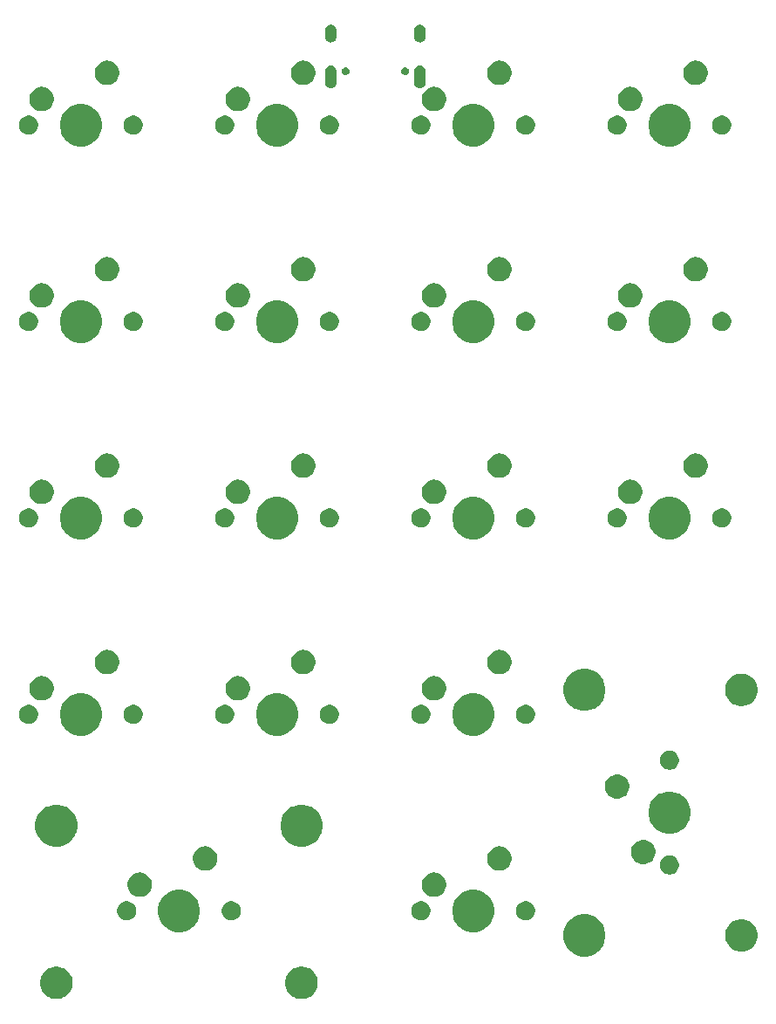
<source format=gts>
G04 #@! TF.GenerationSoftware,KiCad,Pcbnew,(5.1.4)-1*
G04 #@! TF.CreationDate,2021-01-09T17:41:00+01:00*
G04 #@! TF.ProjectId,numpad,6e756d70-6164-42e6-9b69-6361645f7063,1.1*
G04 #@! TF.SameCoordinates,Original*
G04 #@! TF.FileFunction,Soldermask,Top*
G04 #@! TF.FilePolarity,Negative*
%FSLAX46Y46*%
G04 Gerber Fmt 4.6, Leading zero omitted, Abs format (unit mm)*
G04 Created by KiCad (PCBNEW (5.1.4)-1) date 2021-01-09 17:41:00*
%MOMM*%
%LPD*%
G04 APERTURE LIST*
%ADD10C,0.100000*%
G04 APERTURE END LIST*
D10*
G36*
X75713517Y-129265263D02*
G01*
X75865661Y-129295526D01*
X75984387Y-129344704D01*
X76152291Y-129414252D01*
X76152292Y-129414253D01*
X76410254Y-129586617D01*
X76629633Y-129805996D01*
X76744803Y-129978361D01*
X76801998Y-130063959D01*
X76920724Y-130350590D01*
X76981250Y-130654875D01*
X76981250Y-130965125D01*
X76920724Y-131269410D01*
X76801998Y-131556041D01*
X76801997Y-131556042D01*
X76629633Y-131814004D01*
X76410254Y-132033383D01*
X76237889Y-132148553D01*
X76152291Y-132205748D01*
X75984387Y-132275296D01*
X75865661Y-132324474D01*
X75713517Y-132354737D01*
X75561375Y-132385000D01*
X75251125Y-132385000D01*
X75098983Y-132354737D01*
X74946839Y-132324474D01*
X74828113Y-132275296D01*
X74660209Y-132205748D01*
X74574611Y-132148553D01*
X74402246Y-132033383D01*
X74182867Y-131814004D01*
X74010503Y-131556042D01*
X74010502Y-131556041D01*
X73891776Y-131269410D01*
X73831250Y-130965125D01*
X73831250Y-130654875D01*
X73891776Y-130350590D01*
X74010502Y-130063959D01*
X74067697Y-129978361D01*
X74182867Y-129805996D01*
X74402246Y-129586617D01*
X74660208Y-129414253D01*
X74660209Y-129414252D01*
X74828113Y-129344704D01*
X74946839Y-129295526D01*
X75098983Y-129265263D01*
X75251125Y-129235000D01*
X75561375Y-129235000D01*
X75713517Y-129265263D01*
X75713517Y-129265263D01*
G37*
G36*
X51901017Y-129265263D02*
G01*
X52053161Y-129295526D01*
X52171887Y-129344704D01*
X52339791Y-129414252D01*
X52339792Y-129414253D01*
X52597754Y-129586617D01*
X52817133Y-129805996D01*
X52932303Y-129978361D01*
X52989498Y-130063959D01*
X53108224Y-130350590D01*
X53168750Y-130654875D01*
X53168750Y-130965125D01*
X53108224Y-131269410D01*
X52989498Y-131556041D01*
X52989497Y-131556042D01*
X52817133Y-131814004D01*
X52597754Y-132033383D01*
X52425389Y-132148553D01*
X52339791Y-132205748D01*
X52171887Y-132275296D01*
X52053161Y-132324474D01*
X51901017Y-132354737D01*
X51748875Y-132385000D01*
X51438625Y-132385000D01*
X51286483Y-132354737D01*
X51134339Y-132324474D01*
X51015613Y-132275296D01*
X50847709Y-132205748D01*
X50762111Y-132148553D01*
X50589746Y-132033383D01*
X50370367Y-131814004D01*
X50198003Y-131556042D01*
X50198002Y-131556041D01*
X50079276Y-131269410D01*
X50018750Y-130965125D01*
X50018750Y-130654875D01*
X50079276Y-130350590D01*
X50198002Y-130063959D01*
X50255197Y-129978361D01*
X50370367Y-129805996D01*
X50589746Y-129586617D01*
X50847708Y-129414253D01*
X50847709Y-129414252D01*
X51015613Y-129344704D01*
X51134339Y-129295526D01*
X51286483Y-129265263D01*
X51438625Y-129235000D01*
X51748875Y-129235000D01*
X51901017Y-129265263D01*
X51901017Y-129265263D01*
G37*
G36*
X103466474Y-124239934D02*
G01*
X103684474Y-124330233D01*
X103838623Y-124394083D01*
X104173548Y-124617873D01*
X104458377Y-124902702D01*
X104682167Y-125237627D01*
X104682167Y-125237628D01*
X104836316Y-125609776D01*
X104914900Y-126004844D01*
X104914900Y-126407656D01*
X104836316Y-126802724D01*
X104774363Y-126952291D01*
X104682167Y-127174873D01*
X104458377Y-127509798D01*
X104173548Y-127794627D01*
X103838623Y-128018417D01*
X103684474Y-128082267D01*
X103466474Y-128172566D01*
X103071406Y-128251150D01*
X102668594Y-128251150D01*
X102273526Y-128172566D01*
X102055526Y-128082267D01*
X101901377Y-128018417D01*
X101566452Y-127794627D01*
X101281623Y-127509798D01*
X101057833Y-127174873D01*
X100965637Y-126952291D01*
X100903684Y-126802724D01*
X100825100Y-126407656D01*
X100825100Y-126004844D01*
X100903684Y-125609776D01*
X101057833Y-125237628D01*
X101057833Y-125237627D01*
X101281623Y-124902702D01*
X101566452Y-124617873D01*
X101901377Y-124394083D01*
X102055526Y-124330233D01*
X102273526Y-124239934D01*
X102668594Y-124161350D01*
X103071406Y-124161350D01*
X103466474Y-124239934D01*
X103466474Y-124239934D01*
G37*
G36*
X118569411Y-124691776D02*
G01*
X118626480Y-124715415D01*
X118856041Y-124810502D01*
X118856042Y-124810503D01*
X119114004Y-124982867D01*
X119333383Y-125202246D01*
X119357024Y-125237628D01*
X119505748Y-125460209D01*
X119624474Y-125746840D01*
X119685000Y-126051125D01*
X119685000Y-126361375D01*
X119624474Y-126665660D01*
X119505748Y-126952291D01*
X119505747Y-126952292D01*
X119333383Y-127210254D01*
X119114004Y-127429633D01*
X118994028Y-127509798D01*
X118856041Y-127601998D01*
X118688137Y-127671546D01*
X118569411Y-127720724D01*
X118417267Y-127750987D01*
X118265125Y-127781250D01*
X117954875Y-127781250D01*
X117802733Y-127750987D01*
X117650589Y-127720724D01*
X117531863Y-127671546D01*
X117363959Y-127601998D01*
X117225972Y-127509798D01*
X117105996Y-127429633D01*
X116886617Y-127210254D01*
X116714253Y-126952292D01*
X116714252Y-126952291D01*
X116595526Y-126665660D01*
X116535000Y-126361375D01*
X116535000Y-126051125D01*
X116595526Y-125746840D01*
X116714252Y-125460209D01*
X116862976Y-125237628D01*
X116886617Y-125202246D01*
X117105996Y-124982867D01*
X117363958Y-124810503D01*
X117363959Y-124810502D01*
X117593520Y-124715415D01*
X117650589Y-124691776D01*
X117954875Y-124631250D01*
X118265125Y-124631250D01*
X118569411Y-124691776D01*
X118569411Y-124691776D01*
G37*
G36*
X92671474Y-121858684D02*
G01*
X92889474Y-121948983D01*
X93043623Y-122012833D01*
X93378548Y-122236623D01*
X93663377Y-122521452D01*
X93887167Y-122856377D01*
X93919562Y-122934586D01*
X94041316Y-123228526D01*
X94119900Y-123623594D01*
X94119900Y-124026406D01*
X94041316Y-124421474D01*
X93990451Y-124544272D01*
X93887167Y-124793623D01*
X93663377Y-125128548D01*
X93378548Y-125413377D01*
X93043623Y-125637167D01*
X92889474Y-125701017D01*
X92671474Y-125791316D01*
X92276406Y-125869900D01*
X91873594Y-125869900D01*
X91478526Y-125791316D01*
X91260526Y-125701017D01*
X91106377Y-125637167D01*
X90771452Y-125413377D01*
X90486623Y-125128548D01*
X90262833Y-124793623D01*
X90159549Y-124544272D01*
X90108684Y-124421474D01*
X90030100Y-124026406D01*
X90030100Y-123623594D01*
X90108684Y-123228526D01*
X90230438Y-122934586D01*
X90262833Y-122856377D01*
X90486623Y-122521452D01*
X90771452Y-122236623D01*
X91106377Y-122012833D01*
X91260526Y-121948983D01*
X91478526Y-121858684D01*
X91873594Y-121780100D01*
X92276406Y-121780100D01*
X92671474Y-121858684D01*
X92671474Y-121858684D01*
G37*
G36*
X64096474Y-121858684D02*
G01*
X64314474Y-121948983D01*
X64468623Y-122012833D01*
X64803548Y-122236623D01*
X65088377Y-122521452D01*
X65312167Y-122856377D01*
X65344562Y-122934586D01*
X65466316Y-123228526D01*
X65544900Y-123623594D01*
X65544900Y-124026406D01*
X65466316Y-124421474D01*
X65415451Y-124544272D01*
X65312167Y-124793623D01*
X65088377Y-125128548D01*
X64803548Y-125413377D01*
X64468623Y-125637167D01*
X64314474Y-125701017D01*
X64096474Y-125791316D01*
X63701406Y-125869900D01*
X63298594Y-125869900D01*
X62903526Y-125791316D01*
X62685526Y-125701017D01*
X62531377Y-125637167D01*
X62196452Y-125413377D01*
X61911623Y-125128548D01*
X61687833Y-124793623D01*
X61584549Y-124544272D01*
X61533684Y-124421474D01*
X61455100Y-124026406D01*
X61455100Y-123623594D01*
X61533684Y-123228526D01*
X61655438Y-122934586D01*
X61687833Y-122856377D01*
X61911623Y-122521452D01*
X62196452Y-122236623D01*
X62531377Y-122012833D01*
X62685526Y-121948983D01*
X62903526Y-121858684D01*
X63298594Y-121780100D01*
X63701406Y-121780100D01*
X64096474Y-121858684D01*
X64096474Y-121858684D01*
G37*
G36*
X97425104Y-122934585D02*
G01*
X97593626Y-123004389D01*
X97745291Y-123105728D01*
X97874272Y-123234709D01*
X97975611Y-123386374D01*
X98045415Y-123554896D01*
X98081000Y-123733797D01*
X98081000Y-123916203D01*
X98045415Y-124095104D01*
X97975611Y-124263626D01*
X97874272Y-124415291D01*
X97745291Y-124544272D01*
X97593626Y-124645611D01*
X97425104Y-124715415D01*
X97246203Y-124751000D01*
X97063797Y-124751000D01*
X96884896Y-124715415D01*
X96716374Y-124645611D01*
X96564709Y-124544272D01*
X96435728Y-124415291D01*
X96334389Y-124263626D01*
X96264585Y-124095104D01*
X96229000Y-123916203D01*
X96229000Y-123733797D01*
X96264585Y-123554896D01*
X96334389Y-123386374D01*
X96435728Y-123234709D01*
X96564709Y-123105728D01*
X96716374Y-123004389D01*
X96884896Y-122934585D01*
X97063797Y-122899000D01*
X97246203Y-122899000D01*
X97425104Y-122934585D01*
X97425104Y-122934585D01*
G37*
G36*
X87265104Y-122934585D02*
G01*
X87433626Y-123004389D01*
X87585291Y-123105728D01*
X87714272Y-123234709D01*
X87815611Y-123386374D01*
X87885415Y-123554896D01*
X87921000Y-123733797D01*
X87921000Y-123916203D01*
X87885415Y-124095104D01*
X87815611Y-124263626D01*
X87714272Y-124415291D01*
X87585291Y-124544272D01*
X87433626Y-124645611D01*
X87265104Y-124715415D01*
X87086203Y-124751000D01*
X86903797Y-124751000D01*
X86724896Y-124715415D01*
X86556374Y-124645611D01*
X86404709Y-124544272D01*
X86275728Y-124415291D01*
X86174389Y-124263626D01*
X86104585Y-124095104D01*
X86069000Y-123916203D01*
X86069000Y-123733797D01*
X86104585Y-123554896D01*
X86174389Y-123386374D01*
X86275728Y-123234709D01*
X86404709Y-123105728D01*
X86556374Y-123004389D01*
X86724896Y-122934585D01*
X86903797Y-122899000D01*
X87086203Y-122899000D01*
X87265104Y-122934585D01*
X87265104Y-122934585D01*
G37*
G36*
X58690104Y-122934585D02*
G01*
X58858626Y-123004389D01*
X59010291Y-123105728D01*
X59139272Y-123234709D01*
X59240611Y-123386374D01*
X59310415Y-123554896D01*
X59346000Y-123733797D01*
X59346000Y-123916203D01*
X59310415Y-124095104D01*
X59240611Y-124263626D01*
X59139272Y-124415291D01*
X59010291Y-124544272D01*
X58858626Y-124645611D01*
X58690104Y-124715415D01*
X58511203Y-124751000D01*
X58328797Y-124751000D01*
X58149896Y-124715415D01*
X57981374Y-124645611D01*
X57829709Y-124544272D01*
X57700728Y-124415291D01*
X57599389Y-124263626D01*
X57529585Y-124095104D01*
X57494000Y-123916203D01*
X57494000Y-123733797D01*
X57529585Y-123554896D01*
X57599389Y-123386374D01*
X57700728Y-123234709D01*
X57829709Y-123105728D01*
X57981374Y-123004389D01*
X58149896Y-122934585D01*
X58328797Y-122899000D01*
X58511203Y-122899000D01*
X58690104Y-122934585D01*
X58690104Y-122934585D01*
G37*
G36*
X68850104Y-122934585D02*
G01*
X69018626Y-123004389D01*
X69170291Y-123105728D01*
X69299272Y-123234709D01*
X69400611Y-123386374D01*
X69470415Y-123554896D01*
X69506000Y-123733797D01*
X69506000Y-123916203D01*
X69470415Y-124095104D01*
X69400611Y-124263626D01*
X69299272Y-124415291D01*
X69170291Y-124544272D01*
X69018626Y-124645611D01*
X68850104Y-124715415D01*
X68671203Y-124751000D01*
X68488797Y-124751000D01*
X68309896Y-124715415D01*
X68141374Y-124645611D01*
X67989709Y-124544272D01*
X67860728Y-124415291D01*
X67759389Y-124263626D01*
X67689585Y-124095104D01*
X67654000Y-123916203D01*
X67654000Y-123733797D01*
X67689585Y-123554896D01*
X67759389Y-123386374D01*
X67860728Y-123234709D01*
X67989709Y-123105728D01*
X68141374Y-123004389D01*
X68309896Y-122934585D01*
X68488797Y-122899000D01*
X68671203Y-122899000D01*
X68850104Y-122934585D01*
X68850104Y-122934585D01*
G37*
G36*
X59881560Y-120124064D02*
G01*
X60033027Y-120154193D01*
X60247045Y-120242842D01*
X60247046Y-120242843D01*
X60439654Y-120371539D01*
X60603461Y-120535346D01*
X60689258Y-120663751D01*
X60732158Y-120727955D01*
X60820807Y-120941973D01*
X60866000Y-121169174D01*
X60866000Y-121400826D01*
X60820807Y-121628027D01*
X60732158Y-121842045D01*
X60732157Y-121842046D01*
X60603461Y-122034654D01*
X60439654Y-122198461D01*
X60382540Y-122236623D01*
X60247045Y-122327158D01*
X60033027Y-122415807D01*
X59881560Y-122445936D01*
X59805827Y-122461000D01*
X59574173Y-122461000D01*
X59498440Y-122445936D01*
X59346973Y-122415807D01*
X59132955Y-122327158D01*
X58997460Y-122236623D01*
X58940346Y-122198461D01*
X58776539Y-122034654D01*
X58647843Y-121842046D01*
X58647842Y-121842045D01*
X58559193Y-121628027D01*
X58514000Y-121400826D01*
X58514000Y-121169174D01*
X58559193Y-120941973D01*
X58647842Y-120727955D01*
X58690742Y-120663751D01*
X58776539Y-120535346D01*
X58940346Y-120371539D01*
X59132954Y-120242843D01*
X59132955Y-120242842D01*
X59346973Y-120154193D01*
X59498440Y-120124064D01*
X59574173Y-120109000D01*
X59805827Y-120109000D01*
X59881560Y-120124064D01*
X59881560Y-120124064D01*
G37*
G36*
X88456560Y-120124064D02*
G01*
X88608027Y-120154193D01*
X88822045Y-120242842D01*
X88822046Y-120242843D01*
X89014654Y-120371539D01*
X89178461Y-120535346D01*
X89264258Y-120663751D01*
X89307158Y-120727955D01*
X89395807Y-120941973D01*
X89441000Y-121169174D01*
X89441000Y-121400826D01*
X89395807Y-121628027D01*
X89307158Y-121842045D01*
X89307157Y-121842046D01*
X89178461Y-122034654D01*
X89014654Y-122198461D01*
X88957540Y-122236623D01*
X88822045Y-122327158D01*
X88608027Y-122415807D01*
X88456560Y-122445936D01*
X88380827Y-122461000D01*
X88149173Y-122461000D01*
X88073440Y-122445936D01*
X87921973Y-122415807D01*
X87707955Y-122327158D01*
X87572460Y-122236623D01*
X87515346Y-122198461D01*
X87351539Y-122034654D01*
X87222843Y-121842046D01*
X87222842Y-121842045D01*
X87134193Y-121628027D01*
X87089000Y-121400826D01*
X87089000Y-121169174D01*
X87134193Y-120941973D01*
X87222842Y-120727955D01*
X87265742Y-120663751D01*
X87351539Y-120535346D01*
X87515346Y-120371539D01*
X87707954Y-120242843D01*
X87707955Y-120242842D01*
X87921973Y-120154193D01*
X88073440Y-120124064D01*
X88149173Y-120109000D01*
X88380827Y-120109000D01*
X88456560Y-120124064D01*
X88456560Y-120124064D01*
G37*
G36*
X111395104Y-118489585D02*
G01*
X111563626Y-118559389D01*
X111715291Y-118660728D01*
X111844272Y-118789709D01*
X111945611Y-118941374D01*
X112015415Y-119109896D01*
X112051000Y-119288797D01*
X112051000Y-119471203D01*
X112015415Y-119650104D01*
X111945611Y-119818626D01*
X111844272Y-119970291D01*
X111715291Y-120099272D01*
X111563626Y-120200611D01*
X111395104Y-120270415D01*
X111216203Y-120306000D01*
X111033797Y-120306000D01*
X110854896Y-120270415D01*
X110686374Y-120200611D01*
X110534709Y-120099272D01*
X110405728Y-119970291D01*
X110304389Y-119818626D01*
X110234585Y-119650104D01*
X110199000Y-119471203D01*
X110199000Y-119288797D01*
X110234585Y-119109896D01*
X110304389Y-118941374D01*
X110405728Y-118789709D01*
X110534709Y-118660728D01*
X110686374Y-118559389D01*
X110854896Y-118489585D01*
X111033797Y-118454000D01*
X111216203Y-118454000D01*
X111395104Y-118489585D01*
X111395104Y-118489585D01*
G37*
G36*
X94806560Y-117584064D02*
G01*
X94958027Y-117614193D01*
X95172045Y-117702842D01*
X95172046Y-117702843D01*
X95364654Y-117831539D01*
X95528461Y-117995346D01*
X95614258Y-118123751D01*
X95657158Y-118187955D01*
X95745807Y-118401973D01*
X95791000Y-118629174D01*
X95791000Y-118860826D01*
X95745807Y-119088027D01*
X95657158Y-119302045D01*
X95657157Y-119302046D01*
X95528461Y-119494654D01*
X95364654Y-119658461D01*
X95236249Y-119744258D01*
X95172045Y-119787158D01*
X94958027Y-119875807D01*
X94806560Y-119905936D01*
X94730827Y-119921000D01*
X94499173Y-119921000D01*
X94423440Y-119905936D01*
X94271973Y-119875807D01*
X94057955Y-119787158D01*
X93993751Y-119744258D01*
X93865346Y-119658461D01*
X93701539Y-119494654D01*
X93572843Y-119302046D01*
X93572842Y-119302045D01*
X93484193Y-119088027D01*
X93439000Y-118860826D01*
X93439000Y-118629174D01*
X93484193Y-118401973D01*
X93572842Y-118187955D01*
X93615742Y-118123751D01*
X93701539Y-117995346D01*
X93865346Y-117831539D01*
X94057954Y-117702843D01*
X94057955Y-117702842D01*
X94271973Y-117614193D01*
X94423440Y-117584064D01*
X94499173Y-117569000D01*
X94730827Y-117569000D01*
X94806560Y-117584064D01*
X94806560Y-117584064D01*
G37*
G36*
X66231560Y-117584064D02*
G01*
X66383027Y-117614193D01*
X66597045Y-117702842D01*
X66597046Y-117702843D01*
X66789654Y-117831539D01*
X66953461Y-117995346D01*
X67039258Y-118123751D01*
X67082158Y-118187955D01*
X67170807Y-118401973D01*
X67216000Y-118629174D01*
X67216000Y-118860826D01*
X67170807Y-119088027D01*
X67082158Y-119302045D01*
X67082157Y-119302046D01*
X66953461Y-119494654D01*
X66789654Y-119658461D01*
X66661249Y-119744258D01*
X66597045Y-119787158D01*
X66383027Y-119875807D01*
X66231560Y-119905936D01*
X66155827Y-119921000D01*
X65924173Y-119921000D01*
X65848440Y-119905936D01*
X65696973Y-119875807D01*
X65482955Y-119787158D01*
X65418751Y-119744258D01*
X65290346Y-119658461D01*
X65126539Y-119494654D01*
X64997843Y-119302046D01*
X64997842Y-119302045D01*
X64909193Y-119088027D01*
X64864000Y-118860826D01*
X64864000Y-118629174D01*
X64909193Y-118401973D01*
X64997842Y-118187955D01*
X65040742Y-118123751D01*
X65126539Y-117995346D01*
X65290346Y-117831539D01*
X65482954Y-117702843D01*
X65482955Y-117702842D01*
X65696973Y-117614193D01*
X65848440Y-117584064D01*
X65924173Y-117569000D01*
X66155827Y-117569000D01*
X66231560Y-117584064D01*
X66231560Y-117584064D01*
G37*
G36*
X108776560Y-116949064D02*
G01*
X108928027Y-116979193D01*
X109142045Y-117067842D01*
X109142046Y-117067843D01*
X109334654Y-117196539D01*
X109498461Y-117360346D01*
X109513041Y-117382167D01*
X109627158Y-117552955D01*
X109715807Y-117766973D01*
X109761000Y-117994174D01*
X109761000Y-118225826D01*
X109715807Y-118453027D01*
X109627158Y-118667045D01*
X109627157Y-118667046D01*
X109498461Y-118859654D01*
X109334654Y-119023461D01*
X109206249Y-119109258D01*
X109142045Y-119152158D01*
X108928027Y-119240807D01*
X108776560Y-119270936D01*
X108700827Y-119286000D01*
X108469173Y-119286000D01*
X108393440Y-119270936D01*
X108241973Y-119240807D01*
X108027955Y-119152158D01*
X107963751Y-119109258D01*
X107835346Y-119023461D01*
X107671539Y-118859654D01*
X107542843Y-118667046D01*
X107542842Y-118667045D01*
X107454193Y-118453027D01*
X107409000Y-118225826D01*
X107409000Y-117994174D01*
X107454193Y-117766973D01*
X107542842Y-117552955D01*
X107656959Y-117382167D01*
X107671539Y-117360346D01*
X107835346Y-117196539D01*
X108027954Y-117067843D01*
X108027955Y-117067842D01*
X108241973Y-116979193D01*
X108393440Y-116949064D01*
X108469173Y-116934000D01*
X108700827Y-116934000D01*
X108776560Y-116949064D01*
X108776560Y-116949064D01*
G37*
G36*
X52190224Y-113603684D02*
G01*
X52408224Y-113693983D01*
X52562373Y-113757833D01*
X52897298Y-113981623D01*
X53182127Y-114266452D01*
X53405917Y-114601377D01*
X53405917Y-114601378D01*
X53560066Y-114973526D01*
X53638650Y-115368594D01*
X53638650Y-115771406D01*
X53560066Y-116166474D01*
X53518710Y-116266315D01*
X53405917Y-116538623D01*
X53182127Y-116873548D01*
X52897298Y-117158377D01*
X52562373Y-117382167D01*
X52408224Y-117446017D01*
X52190224Y-117536316D01*
X51795156Y-117614900D01*
X51392344Y-117614900D01*
X50997276Y-117536316D01*
X50779276Y-117446017D01*
X50625127Y-117382167D01*
X50290202Y-117158377D01*
X50005373Y-116873548D01*
X49781583Y-116538623D01*
X49668790Y-116266315D01*
X49627434Y-116166474D01*
X49548850Y-115771406D01*
X49548850Y-115368594D01*
X49627434Y-114973526D01*
X49781583Y-114601378D01*
X49781583Y-114601377D01*
X50005373Y-114266452D01*
X50290202Y-113981623D01*
X50625127Y-113757833D01*
X50779276Y-113693983D01*
X50997276Y-113603684D01*
X51392344Y-113525100D01*
X51795156Y-113525100D01*
X52190224Y-113603684D01*
X52190224Y-113603684D01*
G37*
G36*
X76002724Y-113603684D02*
G01*
X76220724Y-113693983D01*
X76374873Y-113757833D01*
X76709798Y-113981623D01*
X76994627Y-114266452D01*
X77218417Y-114601377D01*
X77218417Y-114601378D01*
X77372566Y-114973526D01*
X77451150Y-115368594D01*
X77451150Y-115771406D01*
X77372566Y-116166474D01*
X77331210Y-116266315D01*
X77218417Y-116538623D01*
X76994627Y-116873548D01*
X76709798Y-117158377D01*
X76374873Y-117382167D01*
X76220724Y-117446017D01*
X76002724Y-117536316D01*
X75607656Y-117614900D01*
X75204844Y-117614900D01*
X74809776Y-117536316D01*
X74591776Y-117446017D01*
X74437627Y-117382167D01*
X74102702Y-117158377D01*
X73817873Y-116873548D01*
X73594083Y-116538623D01*
X73481290Y-116266315D01*
X73439934Y-116166474D01*
X73361350Y-115771406D01*
X73361350Y-115368594D01*
X73439934Y-114973526D01*
X73594083Y-114601378D01*
X73594083Y-114601377D01*
X73817873Y-114266452D01*
X74102702Y-113981623D01*
X74437627Y-113757833D01*
X74591776Y-113693983D01*
X74809776Y-113603684D01*
X75204844Y-113525100D01*
X75607656Y-113525100D01*
X76002724Y-113603684D01*
X76002724Y-113603684D01*
G37*
G36*
X111721474Y-112333684D02*
G01*
X111939474Y-112423983D01*
X112093623Y-112487833D01*
X112428548Y-112711623D01*
X112713377Y-112996452D01*
X112937167Y-113331377D01*
X112937167Y-113331378D01*
X113091316Y-113703526D01*
X113169900Y-114098594D01*
X113169900Y-114501406D01*
X113091316Y-114896474D01*
X113059400Y-114973525D01*
X112937167Y-115268623D01*
X112713377Y-115603548D01*
X112428548Y-115888377D01*
X112093623Y-116112167D01*
X111962514Y-116166474D01*
X111721474Y-116266316D01*
X111326406Y-116344900D01*
X110923594Y-116344900D01*
X110528526Y-116266316D01*
X110287486Y-116166474D01*
X110156377Y-116112167D01*
X109821452Y-115888377D01*
X109536623Y-115603548D01*
X109312833Y-115268623D01*
X109190600Y-114973525D01*
X109158684Y-114896474D01*
X109080100Y-114501406D01*
X109080100Y-114098594D01*
X109158684Y-113703526D01*
X109312833Y-113331378D01*
X109312833Y-113331377D01*
X109536623Y-112996452D01*
X109821452Y-112711623D01*
X110156377Y-112487833D01*
X110310526Y-112423983D01*
X110528526Y-112333684D01*
X110923594Y-112255100D01*
X111326406Y-112255100D01*
X111721474Y-112333684D01*
X111721474Y-112333684D01*
G37*
G36*
X106236560Y-110599064D02*
G01*
X106388027Y-110629193D01*
X106602045Y-110717842D01*
X106602046Y-110717843D01*
X106794654Y-110846539D01*
X106958461Y-111010346D01*
X107044258Y-111138751D01*
X107087158Y-111202955D01*
X107175807Y-111416973D01*
X107221000Y-111644174D01*
X107221000Y-111875826D01*
X107175807Y-112103027D01*
X107087158Y-112317045D01*
X107087157Y-112317046D01*
X106958461Y-112509654D01*
X106794654Y-112673461D01*
X106737540Y-112711623D01*
X106602045Y-112802158D01*
X106388027Y-112890807D01*
X106236560Y-112920936D01*
X106160827Y-112936000D01*
X105929173Y-112936000D01*
X105853440Y-112920936D01*
X105701973Y-112890807D01*
X105487955Y-112802158D01*
X105352460Y-112711623D01*
X105295346Y-112673461D01*
X105131539Y-112509654D01*
X105002843Y-112317046D01*
X105002842Y-112317045D01*
X104914193Y-112103027D01*
X104869000Y-111875826D01*
X104869000Y-111644174D01*
X104914193Y-111416973D01*
X105002842Y-111202955D01*
X105045742Y-111138751D01*
X105131539Y-111010346D01*
X105295346Y-110846539D01*
X105487954Y-110717843D01*
X105487955Y-110717842D01*
X105701973Y-110629193D01*
X105853440Y-110599064D01*
X105929173Y-110584000D01*
X106160827Y-110584000D01*
X106236560Y-110599064D01*
X106236560Y-110599064D01*
G37*
G36*
X111395104Y-108329585D02*
G01*
X111563626Y-108399389D01*
X111715291Y-108500728D01*
X111844272Y-108629709D01*
X111945611Y-108781374D01*
X112015415Y-108949896D01*
X112051000Y-109128797D01*
X112051000Y-109311203D01*
X112015415Y-109490104D01*
X111945611Y-109658626D01*
X111844272Y-109810291D01*
X111715291Y-109939272D01*
X111563626Y-110040611D01*
X111395104Y-110110415D01*
X111216203Y-110146000D01*
X111033797Y-110146000D01*
X110854896Y-110110415D01*
X110686374Y-110040611D01*
X110534709Y-109939272D01*
X110405728Y-109810291D01*
X110304389Y-109658626D01*
X110234585Y-109490104D01*
X110199000Y-109311203D01*
X110199000Y-109128797D01*
X110234585Y-108949896D01*
X110304389Y-108781374D01*
X110405728Y-108629709D01*
X110534709Y-108500728D01*
X110686374Y-108399389D01*
X110854896Y-108329585D01*
X111033797Y-108294000D01*
X111216203Y-108294000D01*
X111395104Y-108329585D01*
X111395104Y-108329585D01*
G37*
G36*
X73621474Y-102808684D02*
G01*
X73839474Y-102898983D01*
X73993623Y-102962833D01*
X74328548Y-103186623D01*
X74613377Y-103471452D01*
X74837167Y-103806377D01*
X74869562Y-103884586D01*
X74991316Y-104178526D01*
X75069900Y-104573594D01*
X75069900Y-104976406D01*
X74991316Y-105371474D01*
X74940451Y-105494272D01*
X74837167Y-105743623D01*
X74613377Y-106078548D01*
X74328548Y-106363377D01*
X73993623Y-106587167D01*
X73839474Y-106651017D01*
X73621474Y-106741316D01*
X73226406Y-106819900D01*
X72823594Y-106819900D01*
X72428526Y-106741316D01*
X72210526Y-106651017D01*
X72056377Y-106587167D01*
X71721452Y-106363377D01*
X71436623Y-106078548D01*
X71212833Y-105743623D01*
X71109549Y-105494272D01*
X71058684Y-105371474D01*
X70980100Y-104976406D01*
X70980100Y-104573594D01*
X71058684Y-104178526D01*
X71180438Y-103884586D01*
X71212833Y-103806377D01*
X71436623Y-103471452D01*
X71721452Y-103186623D01*
X72056377Y-102962833D01*
X72210526Y-102898983D01*
X72428526Y-102808684D01*
X72823594Y-102730100D01*
X73226406Y-102730100D01*
X73621474Y-102808684D01*
X73621474Y-102808684D01*
G37*
G36*
X92671474Y-102808684D02*
G01*
X92889474Y-102898983D01*
X93043623Y-102962833D01*
X93378548Y-103186623D01*
X93663377Y-103471452D01*
X93887167Y-103806377D01*
X93919562Y-103884586D01*
X94041316Y-104178526D01*
X94119900Y-104573594D01*
X94119900Y-104976406D01*
X94041316Y-105371474D01*
X93990451Y-105494272D01*
X93887167Y-105743623D01*
X93663377Y-106078548D01*
X93378548Y-106363377D01*
X93043623Y-106587167D01*
X92889474Y-106651017D01*
X92671474Y-106741316D01*
X92276406Y-106819900D01*
X91873594Y-106819900D01*
X91478526Y-106741316D01*
X91260526Y-106651017D01*
X91106377Y-106587167D01*
X90771452Y-106363377D01*
X90486623Y-106078548D01*
X90262833Y-105743623D01*
X90159549Y-105494272D01*
X90108684Y-105371474D01*
X90030100Y-104976406D01*
X90030100Y-104573594D01*
X90108684Y-104178526D01*
X90230438Y-103884586D01*
X90262833Y-103806377D01*
X90486623Y-103471452D01*
X90771452Y-103186623D01*
X91106377Y-102962833D01*
X91260526Y-102898983D01*
X91478526Y-102808684D01*
X91873594Y-102730100D01*
X92276406Y-102730100D01*
X92671474Y-102808684D01*
X92671474Y-102808684D01*
G37*
G36*
X54571474Y-102808684D02*
G01*
X54789474Y-102898983D01*
X54943623Y-102962833D01*
X55278548Y-103186623D01*
X55563377Y-103471452D01*
X55787167Y-103806377D01*
X55819562Y-103884586D01*
X55941316Y-104178526D01*
X56019900Y-104573594D01*
X56019900Y-104976406D01*
X55941316Y-105371474D01*
X55890451Y-105494272D01*
X55787167Y-105743623D01*
X55563377Y-106078548D01*
X55278548Y-106363377D01*
X54943623Y-106587167D01*
X54789474Y-106651017D01*
X54571474Y-106741316D01*
X54176406Y-106819900D01*
X53773594Y-106819900D01*
X53378526Y-106741316D01*
X53160526Y-106651017D01*
X53006377Y-106587167D01*
X52671452Y-106363377D01*
X52386623Y-106078548D01*
X52162833Y-105743623D01*
X52059549Y-105494272D01*
X52008684Y-105371474D01*
X51930100Y-104976406D01*
X51930100Y-104573594D01*
X52008684Y-104178526D01*
X52130438Y-103884586D01*
X52162833Y-103806377D01*
X52386623Y-103471452D01*
X52671452Y-103186623D01*
X53006377Y-102962833D01*
X53160526Y-102898983D01*
X53378526Y-102808684D01*
X53773594Y-102730100D01*
X54176406Y-102730100D01*
X54571474Y-102808684D01*
X54571474Y-102808684D01*
G37*
G36*
X49165104Y-103884585D02*
G01*
X49333626Y-103954389D01*
X49485291Y-104055728D01*
X49614272Y-104184709D01*
X49715611Y-104336374D01*
X49785415Y-104504896D01*
X49821000Y-104683797D01*
X49821000Y-104866203D01*
X49785415Y-105045104D01*
X49715611Y-105213626D01*
X49614272Y-105365291D01*
X49485291Y-105494272D01*
X49333626Y-105595611D01*
X49165104Y-105665415D01*
X48986203Y-105701000D01*
X48803797Y-105701000D01*
X48624896Y-105665415D01*
X48456374Y-105595611D01*
X48304709Y-105494272D01*
X48175728Y-105365291D01*
X48074389Y-105213626D01*
X48004585Y-105045104D01*
X47969000Y-104866203D01*
X47969000Y-104683797D01*
X48004585Y-104504896D01*
X48074389Y-104336374D01*
X48175728Y-104184709D01*
X48304709Y-104055728D01*
X48456374Y-103954389D01*
X48624896Y-103884585D01*
X48803797Y-103849000D01*
X48986203Y-103849000D01*
X49165104Y-103884585D01*
X49165104Y-103884585D01*
G37*
G36*
X97425104Y-103884585D02*
G01*
X97593626Y-103954389D01*
X97745291Y-104055728D01*
X97874272Y-104184709D01*
X97975611Y-104336374D01*
X98045415Y-104504896D01*
X98081000Y-104683797D01*
X98081000Y-104866203D01*
X98045415Y-105045104D01*
X97975611Y-105213626D01*
X97874272Y-105365291D01*
X97745291Y-105494272D01*
X97593626Y-105595611D01*
X97425104Y-105665415D01*
X97246203Y-105701000D01*
X97063797Y-105701000D01*
X96884896Y-105665415D01*
X96716374Y-105595611D01*
X96564709Y-105494272D01*
X96435728Y-105365291D01*
X96334389Y-105213626D01*
X96264585Y-105045104D01*
X96229000Y-104866203D01*
X96229000Y-104683797D01*
X96264585Y-104504896D01*
X96334389Y-104336374D01*
X96435728Y-104184709D01*
X96564709Y-104055728D01*
X96716374Y-103954389D01*
X96884896Y-103884585D01*
X97063797Y-103849000D01*
X97246203Y-103849000D01*
X97425104Y-103884585D01*
X97425104Y-103884585D01*
G37*
G36*
X87265104Y-103884585D02*
G01*
X87433626Y-103954389D01*
X87585291Y-104055728D01*
X87714272Y-104184709D01*
X87815611Y-104336374D01*
X87885415Y-104504896D01*
X87921000Y-104683797D01*
X87921000Y-104866203D01*
X87885415Y-105045104D01*
X87815611Y-105213626D01*
X87714272Y-105365291D01*
X87585291Y-105494272D01*
X87433626Y-105595611D01*
X87265104Y-105665415D01*
X87086203Y-105701000D01*
X86903797Y-105701000D01*
X86724896Y-105665415D01*
X86556374Y-105595611D01*
X86404709Y-105494272D01*
X86275728Y-105365291D01*
X86174389Y-105213626D01*
X86104585Y-105045104D01*
X86069000Y-104866203D01*
X86069000Y-104683797D01*
X86104585Y-104504896D01*
X86174389Y-104336374D01*
X86275728Y-104184709D01*
X86404709Y-104055728D01*
X86556374Y-103954389D01*
X86724896Y-103884585D01*
X86903797Y-103849000D01*
X87086203Y-103849000D01*
X87265104Y-103884585D01*
X87265104Y-103884585D01*
G37*
G36*
X59325104Y-103884585D02*
G01*
X59493626Y-103954389D01*
X59645291Y-104055728D01*
X59774272Y-104184709D01*
X59875611Y-104336374D01*
X59945415Y-104504896D01*
X59981000Y-104683797D01*
X59981000Y-104866203D01*
X59945415Y-105045104D01*
X59875611Y-105213626D01*
X59774272Y-105365291D01*
X59645291Y-105494272D01*
X59493626Y-105595611D01*
X59325104Y-105665415D01*
X59146203Y-105701000D01*
X58963797Y-105701000D01*
X58784896Y-105665415D01*
X58616374Y-105595611D01*
X58464709Y-105494272D01*
X58335728Y-105365291D01*
X58234389Y-105213626D01*
X58164585Y-105045104D01*
X58129000Y-104866203D01*
X58129000Y-104683797D01*
X58164585Y-104504896D01*
X58234389Y-104336374D01*
X58335728Y-104184709D01*
X58464709Y-104055728D01*
X58616374Y-103954389D01*
X58784896Y-103884585D01*
X58963797Y-103849000D01*
X59146203Y-103849000D01*
X59325104Y-103884585D01*
X59325104Y-103884585D01*
G37*
G36*
X68215104Y-103884585D02*
G01*
X68383626Y-103954389D01*
X68535291Y-104055728D01*
X68664272Y-104184709D01*
X68765611Y-104336374D01*
X68835415Y-104504896D01*
X68871000Y-104683797D01*
X68871000Y-104866203D01*
X68835415Y-105045104D01*
X68765611Y-105213626D01*
X68664272Y-105365291D01*
X68535291Y-105494272D01*
X68383626Y-105595611D01*
X68215104Y-105665415D01*
X68036203Y-105701000D01*
X67853797Y-105701000D01*
X67674896Y-105665415D01*
X67506374Y-105595611D01*
X67354709Y-105494272D01*
X67225728Y-105365291D01*
X67124389Y-105213626D01*
X67054585Y-105045104D01*
X67019000Y-104866203D01*
X67019000Y-104683797D01*
X67054585Y-104504896D01*
X67124389Y-104336374D01*
X67225728Y-104184709D01*
X67354709Y-104055728D01*
X67506374Y-103954389D01*
X67674896Y-103884585D01*
X67853797Y-103849000D01*
X68036203Y-103849000D01*
X68215104Y-103884585D01*
X68215104Y-103884585D01*
G37*
G36*
X78375104Y-103884585D02*
G01*
X78543626Y-103954389D01*
X78695291Y-104055728D01*
X78824272Y-104184709D01*
X78925611Y-104336374D01*
X78995415Y-104504896D01*
X79031000Y-104683797D01*
X79031000Y-104866203D01*
X78995415Y-105045104D01*
X78925611Y-105213626D01*
X78824272Y-105365291D01*
X78695291Y-105494272D01*
X78543626Y-105595611D01*
X78375104Y-105665415D01*
X78196203Y-105701000D01*
X78013797Y-105701000D01*
X77834896Y-105665415D01*
X77666374Y-105595611D01*
X77514709Y-105494272D01*
X77385728Y-105365291D01*
X77284389Y-105213626D01*
X77214585Y-105045104D01*
X77179000Y-104866203D01*
X77179000Y-104683797D01*
X77214585Y-104504896D01*
X77284389Y-104336374D01*
X77385728Y-104184709D01*
X77514709Y-104055728D01*
X77666374Y-103954389D01*
X77834896Y-103884585D01*
X78013797Y-103849000D01*
X78196203Y-103849000D01*
X78375104Y-103884585D01*
X78375104Y-103884585D01*
G37*
G36*
X103466474Y-100427434D02*
G01*
X103684474Y-100517733D01*
X103838623Y-100581583D01*
X104173548Y-100805373D01*
X104458377Y-101090202D01*
X104682167Y-101425127D01*
X104707110Y-101485346D01*
X104836316Y-101797276D01*
X104914900Y-102192344D01*
X104914900Y-102595156D01*
X104836316Y-102990224D01*
X104774363Y-103139791D01*
X104682167Y-103362373D01*
X104458377Y-103697298D01*
X104173548Y-103982127D01*
X103838623Y-104205917D01*
X103684474Y-104269767D01*
X103466474Y-104360066D01*
X103071406Y-104438650D01*
X102668594Y-104438650D01*
X102273526Y-104360066D01*
X102055526Y-104269767D01*
X101901377Y-104205917D01*
X101566452Y-103982127D01*
X101281623Y-103697298D01*
X101057833Y-103362373D01*
X100965637Y-103139791D01*
X100903684Y-102990224D01*
X100825100Y-102595156D01*
X100825100Y-102192344D01*
X100903684Y-101797276D01*
X101032890Y-101485346D01*
X101057833Y-101425127D01*
X101281623Y-101090202D01*
X101566452Y-100805373D01*
X101901377Y-100581583D01*
X102055526Y-100517733D01*
X102273526Y-100427434D01*
X102668594Y-100348850D01*
X103071406Y-100348850D01*
X103466474Y-100427434D01*
X103466474Y-100427434D01*
G37*
G36*
X118569411Y-100879276D02*
G01*
X118688137Y-100928454D01*
X118856041Y-100998002D01*
X118856042Y-100998003D01*
X119114004Y-101170367D01*
X119333383Y-101389746D01*
X119448553Y-101562111D01*
X119505748Y-101647709D01*
X119624474Y-101934340D01*
X119685000Y-102238625D01*
X119685000Y-102548875D01*
X119624474Y-102853160D01*
X119505748Y-103139791D01*
X119505747Y-103139792D01*
X119333383Y-103397754D01*
X119114004Y-103617133D01*
X118994028Y-103697298D01*
X118856041Y-103789498D01*
X118712390Y-103849000D01*
X118569411Y-103908224D01*
X118417267Y-103938487D01*
X118265125Y-103968750D01*
X117954875Y-103968750D01*
X117802733Y-103938487D01*
X117650589Y-103908224D01*
X117507610Y-103849000D01*
X117363959Y-103789498D01*
X117225972Y-103697298D01*
X117105996Y-103617133D01*
X116886617Y-103397754D01*
X116714253Y-103139792D01*
X116714252Y-103139791D01*
X116595526Y-102853160D01*
X116535000Y-102548875D01*
X116535000Y-102238625D01*
X116595526Y-101934340D01*
X116714252Y-101647709D01*
X116771447Y-101562111D01*
X116886617Y-101389746D01*
X117105996Y-101170367D01*
X117363958Y-100998003D01*
X117363959Y-100998002D01*
X117531863Y-100928454D01*
X117650589Y-100879276D01*
X117802733Y-100849013D01*
X117954875Y-100818750D01*
X118265125Y-100818750D01*
X118569411Y-100879276D01*
X118569411Y-100879276D01*
G37*
G36*
X88456560Y-101074064D02*
G01*
X88608027Y-101104193D01*
X88822045Y-101192842D01*
X88822046Y-101192843D01*
X89014654Y-101321539D01*
X89178461Y-101485346D01*
X89264258Y-101613751D01*
X89307158Y-101677955D01*
X89395807Y-101891973D01*
X89441000Y-102119174D01*
X89441000Y-102350826D01*
X89395807Y-102578027D01*
X89307158Y-102792045D01*
X89307157Y-102792046D01*
X89178461Y-102984654D01*
X89014654Y-103148461D01*
X88957540Y-103186623D01*
X88822045Y-103277158D01*
X88608027Y-103365807D01*
X88456560Y-103395936D01*
X88380827Y-103411000D01*
X88149173Y-103411000D01*
X88073440Y-103395936D01*
X87921973Y-103365807D01*
X87707955Y-103277158D01*
X87572460Y-103186623D01*
X87515346Y-103148461D01*
X87351539Y-102984654D01*
X87222843Y-102792046D01*
X87222842Y-102792045D01*
X87134193Y-102578027D01*
X87089000Y-102350826D01*
X87089000Y-102119174D01*
X87134193Y-101891973D01*
X87222842Y-101677955D01*
X87265742Y-101613751D01*
X87351539Y-101485346D01*
X87515346Y-101321539D01*
X87707954Y-101192843D01*
X87707955Y-101192842D01*
X87921973Y-101104193D01*
X88073440Y-101074064D01*
X88149173Y-101059000D01*
X88380827Y-101059000D01*
X88456560Y-101074064D01*
X88456560Y-101074064D01*
G37*
G36*
X69406560Y-101074064D02*
G01*
X69558027Y-101104193D01*
X69772045Y-101192842D01*
X69772046Y-101192843D01*
X69964654Y-101321539D01*
X70128461Y-101485346D01*
X70214258Y-101613751D01*
X70257158Y-101677955D01*
X70345807Y-101891973D01*
X70391000Y-102119174D01*
X70391000Y-102350826D01*
X70345807Y-102578027D01*
X70257158Y-102792045D01*
X70257157Y-102792046D01*
X70128461Y-102984654D01*
X69964654Y-103148461D01*
X69907540Y-103186623D01*
X69772045Y-103277158D01*
X69558027Y-103365807D01*
X69406560Y-103395936D01*
X69330827Y-103411000D01*
X69099173Y-103411000D01*
X69023440Y-103395936D01*
X68871973Y-103365807D01*
X68657955Y-103277158D01*
X68522460Y-103186623D01*
X68465346Y-103148461D01*
X68301539Y-102984654D01*
X68172843Y-102792046D01*
X68172842Y-102792045D01*
X68084193Y-102578027D01*
X68039000Y-102350826D01*
X68039000Y-102119174D01*
X68084193Y-101891973D01*
X68172842Y-101677955D01*
X68215742Y-101613751D01*
X68301539Y-101485346D01*
X68465346Y-101321539D01*
X68657954Y-101192843D01*
X68657955Y-101192842D01*
X68871973Y-101104193D01*
X69023440Y-101074064D01*
X69099173Y-101059000D01*
X69330827Y-101059000D01*
X69406560Y-101074064D01*
X69406560Y-101074064D01*
G37*
G36*
X50356560Y-101074064D02*
G01*
X50508027Y-101104193D01*
X50722045Y-101192842D01*
X50722046Y-101192843D01*
X50914654Y-101321539D01*
X51078461Y-101485346D01*
X51164258Y-101613751D01*
X51207158Y-101677955D01*
X51295807Y-101891973D01*
X51341000Y-102119174D01*
X51341000Y-102350826D01*
X51295807Y-102578027D01*
X51207158Y-102792045D01*
X51207157Y-102792046D01*
X51078461Y-102984654D01*
X50914654Y-103148461D01*
X50857540Y-103186623D01*
X50722045Y-103277158D01*
X50508027Y-103365807D01*
X50356560Y-103395936D01*
X50280827Y-103411000D01*
X50049173Y-103411000D01*
X49973440Y-103395936D01*
X49821973Y-103365807D01*
X49607955Y-103277158D01*
X49472460Y-103186623D01*
X49415346Y-103148461D01*
X49251539Y-102984654D01*
X49122843Y-102792046D01*
X49122842Y-102792045D01*
X49034193Y-102578027D01*
X48989000Y-102350826D01*
X48989000Y-102119174D01*
X49034193Y-101891973D01*
X49122842Y-101677955D01*
X49165742Y-101613751D01*
X49251539Y-101485346D01*
X49415346Y-101321539D01*
X49607954Y-101192843D01*
X49607955Y-101192842D01*
X49821973Y-101104193D01*
X49973440Y-101074064D01*
X50049173Y-101059000D01*
X50280827Y-101059000D01*
X50356560Y-101074064D01*
X50356560Y-101074064D01*
G37*
G36*
X75756560Y-98534064D02*
G01*
X75908027Y-98564193D01*
X76122045Y-98652842D01*
X76122046Y-98652843D01*
X76314654Y-98781539D01*
X76478461Y-98945346D01*
X76564258Y-99073751D01*
X76607158Y-99137955D01*
X76695807Y-99351973D01*
X76741000Y-99579174D01*
X76741000Y-99810826D01*
X76695807Y-100038027D01*
X76607158Y-100252045D01*
X76607157Y-100252046D01*
X76478461Y-100444654D01*
X76314654Y-100608461D01*
X76186249Y-100694258D01*
X76122045Y-100737158D01*
X75908027Y-100825807D01*
X75756560Y-100855936D01*
X75680827Y-100871000D01*
X75449173Y-100871000D01*
X75373440Y-100855936D01*
X75221973Y-100825807D01*
X75007955Y-100737158D01*
X74943751Y-100694258D01*
X74815346Y-100608461D01*
X74651539Y-100444654D01*
X74522843Y-100252046D01*
X74522842Y-100252045D01*
X74434193Y-100038027D01*
X74389000Y-99810826D01*
X74389000Y-99579174D01*
X74434193Y-99351973D01*
X74522842Y-99137955D01*
X74565742Y-99073751D01*
X74651539Y-98945346D01*
X74815346Y-98781539D01*
X75007954Y-98652843D01*
X75007955Y-98652842D01*
X75221973Y-98564193D01*
X75373440Y-98534064D01*
X75449173Y-98519000D01*
X75680827Y-98519000D01*
X75756560Y-98534064D01*
X75756560Y-98534064D01*
G37*
G36*
X56706560Y-98534064D02*
G01*
X56858027Y-98564193D01*
X57072045Y-98652842D01*
X57072046Y-98652843D01*
X57264654Y-98781539D01*
X57428461Y-98945346D01*
X57514258Y-99073751D01*
X57557158Y-99137955D01*
X57645807Y-99351973D01*
X57691000Y-99579174D01*
X57691000Y-99810826D01*
X57645807Y-100038027D01*
X57557158Y-100252045D01*
X57557157Y-100252046D01*
X57428461Y-100444654D01*
X57264654Y-100608461D01*
X57136249Y-100694258D01*
X57072045Y-100737158D01*
X56858027Y-100825807D01*
X56706560Y-100855936D01*
X56630827Y-100871000D01*
X56399173Y-100871000D01*
X56323440Y-100855936D01*
X56171973Y-100825807D01*
X55957955Y-100737158D01*
X55893751Y-100694258D01*
X55765346Y-100608461D01*
X55601539Y-100444654D01*
X55472843Y-100252046D01*
X55472842Y-100252045D01*
X55384193Y-100038027D01*
X55339000Y-99810826D01*
X55339000Y-99579174D01*
X55384193Y-99351973D01*
X55472842Y-99137955D01*
X55515742Y-99073751D01*
X55601539Y-98945346D01*
X55765346Y-98781539D01*
X55957954Y-98652843D01*
X55957955Y-98652842D01*
X56171973Y-98564193D01*
X56323440Y-98534064D01*
X56399173Y-98519000D01*
X56630827Y-98519000D01*
X56706560Y-98534064D01*
X56706560Y-98534064D01*
G37*
G36*
X94806560Y-98534064D02*
G01*
X94958027Y-98564193D01*
X95172045Y-98652842D01*
X95172046Y-98652843D01*
X95364654Y-98781539D01*
X95528461Y-98945346D01*
X95614258Y-99073751D01*
X95657158Y-99137955D01*
X95745807Y-99351973D01*
X95791000Y-99579174D01*
X95791000Y-99810826D01*
X95745807Y-100038027D01*
X95657158Y-100252045D01*
X95657157Y-100252046D01*
X95528461Y-100444654D01*
X95364654Y-100608461D01*
X95236249Y-100694258D01*
X95172045Y-100737158D01*
X94958027Y-100825807D01*
X94806560Y-100855936D01*
X94730827Y-100871000D01*
X94499173Y-100871000D01*
X94423440Y-100855936D01*
X94271973Y-100825807D01*
X94057955Y-100737158D01*
X93993751Y-100694258D01*
X93865346Y-100608461D01*
X93701539Y-100444654D01*
X93572843Y-100252046D01*
X93572842Y-100252045D01*
X93484193Y-100038027D01*
X93439000Y-99810826D01*
X93439000Y-99579174D01*
X93484193Y-99351973D01*
X93572842Y-99137955D01*
X93615742Y-99073751D01*
X93701539Y-98945346D01*
X93865346Y-98781539D01*
X94057954Y-98652843D01*
X94057955Y-98652842D01*
X94271973Y-98564193D01*
X94423440Y-98534064D01*
X94499173Y-98519000D01*
X94730827Y-98519000D01*
X94806560Y-98534064D01*
X94806560Y-98534064D01*
G37*
G36*
X111721474Y-83758684D02*
G01*
X111939474Y-83848983D01*
X112093623Y-83912833D01*
X112428548Y-84136623D01*
X112713377Y-84421452D01*
X112937167Y-84756377D01*
X112969562Y-84834586D01*
X113091316Y-85128526D01*
X113169900Y-85523594D01*
X113169900Y-85926406D01*
X113091316Y-86321474D01*
X113040451Y-86444272D01*
X112937167Y-86693623D01*
X112713377Y-87028548D01*
X112428548Y-87313377D01*
X112093623Y-87537167D01*
X111939474Y-87601017D01*
X111721474Y-87691316D01*
X111326406Y-87769900D01*
X110923594Y-87769900D01*
X110528526Y-87691316D01*
X110310526Y-87601017D01*
X110156377Y-87537167D01*
X109821452Y-87313377D01*
X109536623Y-87028548D01*
X109312833Y-86693623D01*
X109209549Y-86444272D01*
X109158684Y-86321474D01*
X109080100Y-85926406D01*
X109080100Y-85523594D01*
X109158684Y-85128526D01*
X109280438Y-84834586D01*
X109312833Y-84756377D01*
X109536623Y-84421452D01*
X109821452Y-84136623D01*
X110156377Y-83912833D01*
X110310526Y-83848983D01*
X110528526Y-83758684D01*
X110923594Y-83680100D01*
X111326406Y-83680100D01*
X111721474Y-83758684D01*
X111721474Y-83758684D01*
G37*
G36*
X54571474Y-83758684D02*
G01*
X54789474Y-83848983D01*
X54943623Y-83912833D01*
X55278548Y-84136623D01*
X55563377Y-84421452D01*
X55787167Y-84756377D01*
X55819562Y-84834586D01*
X55941316Y-85128526D01*
X56019900Y-85523594D01*
X56019900Y-85926406D01*
X55941316Y-86321474D01*
X55890451Y-86444272D01*
X55787167Y-86693623D01*
X55563377Y-87028548D01*
X55278548Y-87313377D01*
X54943623Y-87537167D01*
X54789474Y-87601017D01*
X54571474Y-87691316D01*
X54176406Y-87769900D01*
X53773594Y-87769900D01*
X53378526Y-87691316D01*
X53160526Y-87601017D01*
X53006377Y-87537167D01*
X52671452Y-87313377D01*
X52386623Y-87028548D01*
X52162833Y-86693623D01*
X52059549Y-86444272D01*
X52008684Y-86321474D01*
X51930100Y-85926406D01*
X51930100Y-85523594D01*
X52008684Y-85128526D01*
X52130438Y-84834586D01*
X52162833Y-84756377D01*
X52386623Y-84421452D01*
X52671452Y-84136623D01*
X53006377Y-83912833D01*
X53160526Y-83848983D01*
X53378526Y-83758684D01*
X53773594Y-83680100D01*
X54176406Y-83680100D01*
X54571474Y-83758684D01*
X54571474Y-83758684D01*
G37*
G36*
X73621474Y-83758684D02*
G01*
X73839474Y-83848983D01*
X73993623Y-83912833D01*
X74328548Y-84136623D01*
X74613377Y-84421452D01*
X74837167Y-84756377D01*
X74869562Y-84834586D01*
X74991316Y-85128526D01*
X75069900Y-85523594D01*
X75069900Y-85926406D01*
X74991316Y-86321474D01*
X74940451Y-86444272D01*
X74837167Y-86693623D01*
X74613377Y-87028548D01*
X74328548Y-87313377D01*
X73993623Y-87537167D01*
X73839474Y-87601017D01*
X73621474Y-87691316D01*
X73226406Y-87769900D01*
X72823594Y-87769900D01*
X72428526Y-87691316D01*
X72210526Y-87601017D01*
X72056377Y-87537167D01*
X71721452Y-87313377D01*
X71436623Y-87028548D01*
X71212833Y-86693623D01*
X71109549Y-86444272D01*
X71058684Y-86321474D01*
X70980100Y-85926406D01*
X70980100Y-85523594D01*
X71058684Y-85128526D01*
X71180438Y-84834586D01*
X71212833Y-84756377D01*
X71436623Y-84421452D01*
X71721452Y-84136623D01*
X72056377Y-83912833D01*
X72210526Y-83848983D01*
X72428526Y-83758684D01*
X72823594Y-83680100D01*
X73226406Y-83680100D01*
X73621474Y-83758684D01*
X73621474Y-83758684D01*
G37*
G36*
X92671474Y-83758684D02*
G01*
X92889474Y-83848983D01*
X93043623Y-83912833D01*
X93378548Y-84136623D01*
X93663377Y-84421452D01*
X93887167Y-84756377D01*
X93919562Y-84834586D01*
X94041316Y-85128526D01*
X94119900Y-85523594D01*
X94119900Y-85926406D01*
X94041316Y-86321474D01*
X93990451Y-86444272D01*
X93887167Y-86693623D01*
X93663377Y-87028548D01*
X93378548Y-87313377D01*
X93043623Y-87537167D01*
X92889474Y-87601017D01*
X92671474Y-87691316D01*
X92276406Y-87769900D01*
X91873594Y-87769900D01*
X91478526Y-87691316D01*
X91260526Y-87601017D01*
X91106377Y-87537167D01*
X90771452Y-87313377D01*
X90486623Y-87028548D01*
X90262833Y-86693623D01*
X90159549Y-86444272D01*
X90108684Y-86321474D01*
X90030100Y-85926406D01*
X90030100Y-85523594D01*
X90108684Y-85128526D01*
X90230438Y-84834586D01*
X90262833Y-84756377D01*
X90486623Y-84421452D01*
X90771452Y-84136623D01*
X91106377Y-83912833D01*
X91260526Y-83848983D01*
X91478526Y-83758684D01*
X91873594Y-83680100D01*
X92276406Y-83680100D01*
X92671474Y-83758684D01*
X92671474Y-83758684D01*
G37*
G36*
X78375104Y-84834585D02*
G01*
X78543626Y-84904389D01*
X78695291Y-85005728D01*
X78824272Y-85134709D01*
X78925611Y-85286374D01*
X78995415Y-85454896D01*
X79031000Y-85633797D01*
X79031000Y-85816203D01*
X78995415Y-85995104D01*
X78925611Y-86163626D01*
X78824272Y-86315291D01*
X78695291Y-86444272D01*
X78543626Y-86545611D01*
X78375104Y-86615415D01*
X78196203Y-86651000D01*
X78013797Y-86651000D01*
X77834896Y-86615415D01*
X77666374Y-86545611D01*
X77514709Y-86444272D01*
X77385728Y-86315291D01*
X77284389Y-86163626D01*
X77214585Y-85995104D01*
X77179000Y-85816203D01*
X77179000Y-85633797D01*
X77214585Y-85454896D01*
X77284389Y-85286374D01*
X77385728Y-85134709D01*
X77514709Y-85005728D01*
X77666374Y-84904389D01*
X77834896Y-84834585D01*
X78013797Y-84799000D01*
X78196203Y-84799000D01*
X78375104Y-84834585D01*
X78375104Y-84834585D01*
G37*
G36*
X87265104Y-84834585D02*
G01*
X87433626Y-84904389D01*
X87585291Y-85005728D01*
X87714272Y-85134709D01*
X87815611Y-85286374D01*
X87885415Y-85454896D01*
X87921000Y-85633797D01*
X87921000Y-85816203D01*
X87885415Y-85995104D01*
X87815611Y-86163626D01*
X87714272Y-86315291D01*
X87585291Y-86444272D01*
X87433626Y-86545611D01*
X87265104Y-86615415D01*
X87086203Y-86651000D01*
X86903797Y-86651000D01*
X86724896Y-86615415D01*
X86556374Y-86545611D01*
X86404709Y-86444272D01*
X86275728Y-86315291D01*
X86174389Y-86163626D01*
X86104585Y-85995104D01*
X86069000Y-85816203D01*
X86069000Y-85633797D01*
X86104585Y-85454896D01*
X86174389Y-85286374D01*
X86275728Y-85134709D01*
X86404709Y-85005728D01*
X86556374Y-84904389D01*
X86724896Y-84834585D01*
X86903797Y-84799000D01*
X87086203Y-84799000D01*
X87265104Y-84834585D01*
X87265104Y-84834585D01*
G37*
G36*
X97425104Y-84834585D02*
G01*
X97593626Y-84904389D01*
X97745291Y-85005728D01*
X97874272Y-85134709D01*
X97975611Y-85286374D01*
X98045415Y-85454896D01*
X98081000Y-85633797D01*
X98081000Y-85816203D01*
X98045415Y-85995104D01*
X97975611Y-86163626D01*
X97874272Y-86315291D01*
X97745291Y-86444272D01*
X97593626Y-86545611D01*
X97425104Y-86615415D01*
X97246203Y-86651000D01*
X97063797Y-86651000D01*
X96884896Y-86615415D01*
X96716374Y-86545611D01*
X96564709Y-86444272D01*
X96435728Y-86315291D01*
X96334389Y-86163626D01*
X96264585Y-85995104D01*
X96229000Y-85816203D01*
X96229000Y-85633797D01*
X96264585Y-85454896D01*
X96334389Y-85286374D01*
X96435728Y-85134709D01*
X96564709Y-85005728D01*
X96716374Y-84904389D01*
X96884896Y-84834585D01*
X97063797Y-84799000D01*
X97246203Y-84799000D01*
X97425104Y-84834585D01*
X97425104Y-84834585D01*
G37*
G36*
X106315104Y-84834585D02*
G01*
X106483626Y-84904389D01*
X106635291Y-85005728D01*
X106764272Y-85134709D01*
X106865611Y-85286374D01*
X106935415Y-85454896D01*
X106971000Y-85633797D01*
X106971000Y-85816203D01*
X106935415Y-85995104D01*
X106865611Y-86163626D01*
X106764272Y-86315291D01*
X106635291Y-86444272D01*
X106483626Y-86545611D01*
X106315104Y-86615415D01*
X106136203Y-86651000D01*
X105953797Y-86651000D01*
X105774896Y-86615415D01*
X105606374Y-86545611D01*
X105454709Y-86444272D01*
X105325728Y-86315291D01*
X105224389Y-86163626D01*
X105154585Y-85995104D01*
X105119000Y-85816203D01*
X105119000Y-85633797D01*
X105154585Y-85454896D01*
X105224389Y-85286374D01*
X105325728Y-85134709D01*
X105454709Y-85005728D01*
X105606374Y-84904389D01*
X105774896Y-84834585D01*
X105953797Y-84799000D01*
X106136203Y-84799000D01*
X106315104Y-84834585D01*
X106315104Y-84834585D01*
G37*
G36*
X116475104Y-84834585D02*
G01*
X116643626Y-84904389D01*
X116795291Y-85005728D01*
X116924272Y-85134709D01*
X117025611Y-85286374D01*
X117095415Y-85454896D01*
X117131000Y-85633797D01*
X117131000Y-85816203D01*
X117095415Y-85995104D01*
X117025611Y-86163626D01*
X116924272Y-86315291D01*
X116795291Y-86444272D01*
X116643626Y-86545611D01*
X116475104Y-86615415D01*
X116296203Y-86651000D01*
X116113797Y-86651000D01*
X115934896Y-86615415D01*
X115766374Y-86545611D01*
X115614709Y-86444272D01*
X115485728Y-86315291D01*
X115384389Y-86163626D01*
X115314585Y-85995104D01*
X115279000Y-85816203D01*
X115279000Y-85633797D01*
X115314585Y-85454896D01*
X115384389Y-85286374D01*
X115485728Y-85134709D01*
X115614709Y-85005728D01*
X115766374Y-84904389D01*
X115934896Y-84834585D01*
X116113797Y-84799000D01*
X116296203Y-84799000D01*
X116475104Y-84834585D01*
X116475104Y-84834585D01*
G37*
G36*
X68215104Y-84834585D02*
G01*
X68383626Y-84904389D01*
X68535291Y-85005728D01*
X68664272Y-85134709D01*
X68765611Y-85286374D01*
X68835415Y-85454896D01*
X68871000Y-85633797D01*
X68871000Y-85816203D01*
X68835415Y-85995104D01*
X68765611Y-86163626D01*
X68664272Y-86315291D01*
X68535291Y-86444272D01*
X68383626Y-86545611D01*
X68215104Y-86615415D01*
X68036203Y-86651000D01*
X67853797Y-86651000D01*
X67674896Y-86615415D01*
X67506374Y-86545611D01*
X67354709Y-86444272D01*
X67225728Y-86315291D01*
X67124389Y-86163626D01*
X67054585Y-85995104D01*
X67019000Y-85816203D01*
X67019000Y-85633797D01*
X67054585Y-85454896D01*
X67124389Y-85286374D01*
X67225728Y-85134709D01*
X67354709Y-85005728D01*
X67506374Y-84904389D01*
X67674896Y-84834585D01*
X67853797Y-84799000D01*
X68036203Y-84799000D01*
X68215104Y-84834585D01*
X68215104Y-84834585D01*
G37*
G36*
X59325104Y-84834585D02*
G01*
X59493626Y-84904389D01*
X59645291Y-85005728D01*
X59774272Y-85134709D01*
X59875611Y-85286374D01*
X59945415Y-85454896D01*
X59981000Y-85633797D01*
X59981000Y-85816203D01*
X59945415Y-85995104D01*
X59875611Y-86163626D01*
X59774272Y-86315291D01*
X59645291Y-86444272D01*
X59493626Y-86545611D01*
X59325104Y-86615415D01*
X59146203Y-86651000D01*
X58963797Y-86651000D01*
X58784896Y-86615415D01*
X58616374Y-86545611D01*
X58464709Y-86444272D01*
X58335728Y-86315291D01*
X58234389Y-86163626D01*
X58164585Y-85995104D01*
X58129000Y-85816203D01*
X58129000Y-85633797D01*
X58164585Y-85454896D01*
X58234389Y-85286374D01*
X58335728Y-85134709D01*
X58464709Y-85005728D01*
X58616374Y-84904389D01*
X58784896Y-84834585D01*
X58963797Y-84799000D01*
X59146203Y-84799000D01*
X59325104Y-84834585D01*
X59325104Y-84834585D01*
G37*
G36*
X49165104Y-84834585D02*
G01*
X49333626Y-84904389D01*
X49485291Y-85005728D01*
X49614272Y-85134709D01*
X49715611Y-85286374D01*
X49785415Y-85454896D01*
X49821000Y-85633797D01*
X49821000Y-85816203D01*
X49785415Y-85995104D01*
X49715611Y-86163626D01*
X49614272Y-86315291D01*
X49485291Y-86444272D01*
X49333626Y-86545611D01*
X49165104Y-86615415D01*
X48986203Y-86651000D01*
X48803797Y-86651000D01*
X48624896Y-86615415D01*
X48456374Y-86545611D01*
X48304709Y-86444272D01*
X48175728Y-86315291D01*
X48074389Y-86163626D01*
X48004585Y-85995104D01*
X47969000Y-85816203D01*
X47969000Y-85633797D01*
X48004585Y-85454896D01*
X48074389Y-85286374D01*
X48175728Y-85134709D01*
X48304709Y-85005728D01*
X48456374Y-84904389D01*
X48624896Y-84834585D01*
X48803797Y-84799000D01*
X48986203Y-84799000D01*
X49165104Y-84834585D01*
X49165104Y-84834585D01*
G37*
G36*
X88456560Y-82024064D02*
G01*
X88608027Y-82054193D01*
X88822045Y-82142842D01*
X88822046Y-82142843D01*
X89014654Y-82271539D01*
X89178461Y-82435346D01*
X89264258Y-82563751D01*
X89307158Y-82627955D01*
X89395807Y-82841973D01*
X89441000Y-83069174D01*
X89441000Y-83300826D01*
X89395807Y-83528027D01*
X89307158Y-83742045D01*
X89307157Y-83742046D01*
X89178461Y-83934654D01*
X89014654Y-84098461D01*
X88957540Y-84136623D01*
X88822045Y-84227158D01*
X88608027Y-84315807D01*
X88456560Y-84345936D01*
X88380827Y-84361000D01*
X88149173Y-84361000D01*
X88073440Y-84345936D01*
X87921973Y-84315807D01*
X87707955Y-84227158D01*
X87572460Y-84136623D01*
X87515346Y-84098461D01*
X87351539Y-83934654D01*
X87222843Y-83742046D01*
X87222842Y-83742045D01*
X87134193Y-83528027D01*
X87089000Y-83300826D01*
X87089000Y-83069174D01*
X87134193Y-82841973D01*
X87222842Y-82627955D01*
X87265742Y-82563751D01*
X87351539Y-82435346D01*
X87515346Y-82271539D01*
X87707954Y-82142843D01*
X87707955Y-82142842D01*
X87921973Y-82054193D01*
X88073440Y-82024064D01*
X88149173Y-82009000D01*
X88380827Y-82009000D01*
X88456560Y-82024064D01*
X88456560Y-82024064D01*
G37*
G36*
X107506560Y-82024064D02*
G01*
X107658027Y-82054193D01*
X107872045Y-82142842D01*
X107872046Y-82142843D01*
X108064654Y-82271539D01*
X108228461Y-82435346D01*
X108314258Y-82563751D01*
X108357158Y-82627955D01*
X108445807Y-82841973D01*
X108491000Y-83069174D01*
X108491000Y-83300826D01*
X108445807Y-83528027D01*
X108357158Y-83742045D01*
X108357157Y-83742046D01*
X108228461Y-83934654D01*
X108064654Y-84098461D01*
X108007540Y-84136623D01*
X107872045Y-84227158D01*
X107658027Y-84315807D01*
X107506560Y-84345936D01*
X107430827Y-84361000D01*
X107199173Y-84361000D01*
X107123440Y-84345936D01*
X106971973Y-84315807D01*
X106757955Y-84227158D01*
X106622460Y-84136623D01*
X106565346Y-84098461D01*
X106401539Y-83934654D01*
X106272843Y-83742046D01*
X106272842Y-83742045D01*
X106184193Y-83528027D01*
X106139000Y-83300826D01*
X106139000Y-83069174D01*
X106184193Y-82841973D01*
X106272842Y-82627955D01*
X106315742Y-82563751D01*
X106401539Y-82435346D01*
X106565346Y-82271539D01*
X106757954Y-82142843D01*
X106757955Y-82142842D01*
X106971973Y-82054193D01*
X107123440Y-82024064D01*
X107199173Y-82009000D01*
X107430827Y-82009000D01*
X107506560Y-82024064D01*
X107506560Y-82024064D01*
G37*
G36*
X69406560Y-82024064D02*
G01*
X69558027Y-82054193D01*
X69772045Y-82142842D01*
X69772046Y-82142843D01*
X69964654Y-82271539D01*
X70128461Y-82435346D01*
X70214258Y-82563751D01*
X70257158Y-82627955D01*
X70345807Y-82841973D01*
X70391000Y-83069174D01*
X70391000Y-83300826D01*
X70345807Y-83528027D01*
X70257158Y-83742045D01*
X70257157Y-83742046D01*
X70128461Y-83934654D01*
X69964654Y-84098461D01*
X69907540Y-84136623D01*
X69772045Y-84227158D01*
X69558027Y-84315807D01*
X69406560Y-84345936D01*
X69330827Y-84361000D01*
X69099173Y-84361000D01*
X69023440Y-84345936D01*
X68871973Y-84315807D01*
X68657955Y-84227158D01*
X68522460Y-84136623D01*
X68465346Y-84098461D01*
X68301539Y-83934654D01*
X68172843Y-83742046D01*
X68172842Y-83742045D01*
X68084193Y-83528027D01*
X68039000Y-83300826D01*
X68039000Y-83069174D01*
X68084193Y-82841973D01*
X68172842Y-82627955D01*
X68215742Y-82563751D01*
X68301539Y-82435346D01*
X68465346Y-82271539D01*
X68657954Y-82142843D01*
X68657955Y-82142842D01*
X68871973Y-82054193D01*
X69023440Y-82024064D01*
X69099173Y-82009000D01*
X69330827Y-82009000D01*
X69406560Y-82024064D01*
X69406560Y-82024064D01*
G37*
G36*
X50356560Y-82024064D02*
G01*
X50508027Y-82054193D01*
X50722045Y-82142842D01*
X50722046Y-82142843D01*
X50914654Y-82271539D01*
X51078461Y-82435346D01*
X51164258Y-82563751D01*
X51207158Y-82627955D01*
X51295807Y-82841973D01*
X51341000Y-83069174D01*
X51341000Y-83300826D01*
X51295807Y-83528027D01*
X51207158Y-83742045D01*
X51207157Y-83742046D01*
X51078461Y-83934654D01*
X50914654Y-84098461D01*
X50857540Y-84136623D01*
X50722045Y-84227158D01*
X50508027Y-84315807D01*
X50356560Y-84345936D01*
X50280827Y-84361000D01*
X50049173Y-84361000D01*
X49973440Y-84345936D01*
X49821973Y-84315807D01*
X49607955Y-84227158D01*
X49472460Y-84136623D01*
X49415346Y-84098461D01*
X49251539Y-83934654D01*
X49122843Y-83742046D01*
X49122842Y-83742045D01*
X49034193Y-83528027D01*
X48989000Y-83300826D01*
X48989000Y-83069174D01*
X49034193Y-82841973D01*
X49122842Y-82627955D01*
X49165742Y-82563751D01*
X49251539Y-82435346D01*
X49415346Y-82271539D01*
X49607954Y-82142843D01*
X49607955Y-82142842D01*
X49821973Y-82054193D01*
X49973440Y-82024064D01*
X50049173Y-82009000D01*
X50280827Y-82009000D01*
X50356560Y-82024064D01*
X50356560Y-82024064D01*
G37*
G36*
X113856560Y-79484064D02*
G01*
X114008027Y-79514193D01*
X114222045Y-79602842D01*
X114222046Y-79602843D01*
X114414654Y-79731539D01*
X114578461Y-79895346D01*
X114664258Y-80023751D01*
X114707158Y-80087955D01*
X114795807Y-80301973D01*
X114841000Y-80529174D01*
X114841000Y-80760826D01*
X114795807Y-80988027D01*
X114707158Y-81202045D01*
X114707157Y-81202046D01*
X114578461Y-81394654D01*
X114414654Y-81558461D01*
X114286249Y-81644258D01*
X114222045Y-81687158D01*
X114008027Y-81775807D01*
X113856560Y-81805936D01*
X113780827Y-81821000D01*
X113549173Y-81821000D01*
X113473440Y-81805936D01*
X113321973Y-81775807D01*
X113107955Y-81687158D01*
X113043751Y-81644258D01*
X112915346Y-81558461D01*
X112751539Y-81394654D01*
X112622843Y-81202046D01*
X112622842Y-81202045D01*
X112534193Y-80988027D01*
X112489000Y-80760826D01*
X112489000Y-80529174D01*
X112534193Y-80301973D01*
X112622842Y-80087955D01*
X112665742Y-80023751D01*
X112751539Y-79895346D01*
X112915346Y-79731539D01*
X113107954Y-79602843D01*
X113107955Y-79602842D01*
X113321973Y-79514193D01*
X113473440Y-79484064D01*
X113549173Y-79469000D01*
X113780827Y-79469000D01*
X113856560Y-79484064D01*
X113856560Y-79484064D01*
G37*
G36*
X94806560Y-79484064D02*
G01*
X94958027Y-79514193D01*
X95172045Y-79602842D01*
X95172046Y-79602843D01*
X95364654Y-79731539D01*
X95528461Y-79895346D01*
X95614258Y-80023751D01*
X95657158Y-80087955D01*
X95745807Y-80301973D01*
X95791000Y-80529174D01*
X95791000Y-80760826D01*
X95745807Y-80988027D01*
X95657158Y-81202045D01*
X95657157Y-81202046D01*
X95528461Y-81394654D01*
X95364654Y-81558461D01*
X95236249Y-81644258D01*
X95172045Y-81687158D01*
X94958027Y-81775807D01*
X94806560Y-81805936D01*
X94730827Y-81821000D01*
X94499173Y-81821000D01*
X94423440Y-81805936D01*
X94271973Y-81775807D01*
X94057955Y-81687158D01*
X93993751Y-81644258D01*
X93865346Y-81558461D01*
X93701539Y-81394654D01*
X93572843Y-81202046D01*
X93572842Y-81202045D01*
X93484193Y-80988027D01*
X93439000Y-80760826D01*
X93439000Y-80529174D01*
X93484193Y-80301973D01*
X93572842Y-80087955D01*
X93615742Y-80023751D01*
X93701539Y-79895346D01*
X93865346Y-79731539D01*
X94057954Y-79602843D01*
X94057955Y-79602842D01*
X94271973Y-79514193D01*
X94423440Y-79484064D01*
X94499173Y-79469000D01*
X94730827Y-79469000D01*
X94806560Y-79484064D01*
X94806560Y-79484064D01*
G37*
G36*
X75756560Y-79484064D02*
G01*
X75908027Y-79514193D01*
X76122045Y-79602842D01*
X76122046Y-79602843D01*
X76314654Y-79731539D01*
X76478461Y-79895346D01*
X76564258Y-80023751D01*
X76607158Y-80087955D01*
X76695807Y-80301973D01*
X76741000Y-80529174D01*
X76741000Y-80760826D01*
X76695807Y-80988027D01*
X76607158Y-81202045D01*
X76607157Y-81202046D01*
X76478461Y-81394654D01*
X76314654Y-81558461D01*
X76186249Y-81644258D01*
X76122045Y-81687158D01*
X75908027Y-81775807D01*
X75756560Y-81805936D01*
X75680827Y-81821000D01*
X75449173Y-81821000D01*
X75373440Y-81805936D01*
X75221973Y-81775807D01*
X75007955Y-81687158D01*
X74943751Y-81644258D01*
X74815346Y-81558461D01*
X74651539Y-81394654D01*
X74522843Y-81202046D01*
X74522842Y-81202045D01*
X74434193Y-80988027D01*
X74389000Y-80760826D01*
X74389000Y-80529174D01*
X74434193Y-80301973D01*
X74522842Y-80087955D01*
X74565742Y-80023751D01*
X74651539Y-79895346D01*
X74815346Y-79731539D01*
X75007954Y-79602843D01*
X75007955Y-79602842D01*
X75221973Y-79514193D01*
X75373440Y-79484064D01*
X75449173Y-79469000D01*
X75680827Y-79469000D01*
X75756560Y-79484064D01*
X75756560Y-79484064D01*
G37*
G36*
X56706560Y-79484064D02*
G01*
X56858027Y-79514193D01*
X57072045Y-79602842D01*
X57072046Y-79602843D01*
X57264654Y-79731539D01*
X57428461Y-79895346D01*
X57514258Y-80023751D01*
X57557158Y-80087955D01*
X57645807Y-80301973D01*
X57691000Y-80529174D01*
X57691000Y-80760826D01*
X57645807Y-80988027D01*
X57557158Y-81202045D01*
X57557157Y-81202046D01*
X57428461Y-81394654D01*
X57264654Y-81558461D01*
X57136249Y-81644258D01*
X57072045Y-81687158D01*
X56858027Y-81775807D01*
X56706560Y-81805936D01*
X56630827Y-81821000D01*
X56399173Y-81821000D01*
X56323440Y-81805936D01*
X56171973Y-81775807D01*
X55957955Y-81687158D01*
X55893751Y-81644258D01*
X55765346Y-81558461D01*
X55601539Y-81394654D01*
X55472843Y-81202046D01*
X55472842Y-81202045D01*
X55384193Y-80988027D01*
X55339000Y-80760826D01*
X55339000Y-80529174D01*
X55384193Y-80301973D01*
X55472842Y-80087955D01*
X55515742Y-80023751D01*
X55601539Y-79895346D01*
X55765346Y-79731539D01*
X55957954Y-79602843D01*
X55957955Y-79602842D01*
X56171973Y-79514193D01*
X56323440Y-79484064D01*
X56399173Y-79469000D01*
X56630827Y-79469000D01*
X56706560Y-79484064D01*
X56706560Y-79484064D01*
G37*
G36*
X54571474Y-64708684D02*
G01*
X54789474Y-64798983D01*
X54943623Y-64862833D01*
X55278548Y-65086623D01*
X55563377Y-65371452D01*
X55787167Y-65706377D01*
X55819562Y-65784586D01*
X55941316Y-66078526D01*
X56019900Y-66473594D01*
X56019900Y-66876406D01*
X55941316Y-67271474D01*
X55890451Y-67394272D01*
X55787167Y-67643623D01*
X55563377Y-67978548D01*
X55278548Y-68263377D01*
X54943623Y-68487167D01*
X54789474Y-68551017D01*
X54571474Y-68641316D01*
X54176406Y-68719900D01*
X53773594Y-68719900D01*
X53378526Y-68641316D01*
X53160526Y-68551017D01*
X53006377Y-68487167D01*
X52671452Y-68263377D01*
X52386623Y-67978548D01*
X52162833Y-67643623D01*
X52059549Y-67394272D01*
X52008684Y-67271474D01*
X51930100Y-66876406D01*
X51930100Y-66473594D01*
X52008684Y-66078526D01*
X52130438Y-65784586D01*
X52162833Y-65706377D01*
X52386623Y-65371452D01*
X52671452Y-65086623D01*
X53006377Y-64862833D01*
X53160526Y-64798983D01*
X53378526Y-64708684D01*
X53773594Y-64630100D01*
X54176406Y-64630100D01*
X54571474Y-64708684D01*
X54571474Y-64708684D01*
G37*
G36*
X111721474Y-64708684D02*
G01*
X111939474Y-64798983D01*
X112093623Y-64862833D01*
X112428548Y-65086623D01*
X112713377Y-65371452D01*
X112937167Y-65706377D01*
X112969562Y-65784586D01*
X113091316Y-66078526D01*
X113169900Y-66473594D01*
X113169900Y-66876406D01*
X113091316Y-67271474D01*
X113040451Y-67394272D01*
X112937167Y-67643623D01*
X112713377Y-67978548D01*
X112428548Y-68263377D01*
X112093623Y-68487167D01*
X111939474Y-68551017D01*
X111721474Y-68641316D01*
X111326406Y-68719900D01*
X110923594Y-68719900D01*
X110528526Y-68641316D01*
X110310526Y-68551017D01*
X110156377Y-68487167D01*
X109821452Y-68263377D01*
X109536623Y-67978548D01*
X109312833Y-67643623D01*
X109209549Y-67394272D01*
X109158684Y-67271474D01*
X109080100Y-66876406D01*
X109080100Y-66473594D01*
X109158684Y-66078526D01*
X109280438Y-65784586D01*
X109312833Y-65706377D01*
X109536623Y-65371452D01*
X109821452Y-65086623D01*
X110156377Y-64862833D01*
X110310526Y-64798983D01*
X110528526Y-64708684D01*
X110923594Y-64630100D01*
X111326406Y-64630100D01*
X111721474Y-64708684D01*
X111721474Y-64708684D01*
G37*
G36*
X92671474Y-64708684D02*
G01*
X92889474Y-64798983D01*
X93043623Y-64862833D01*
X93378548Y-65086623D01*
X93663377Y-65371452D01*
X93887167Y-65706377D01*
X93919562Y-65784586D01*
X94041316Y-66078526D01*
X94119900Y-66473594D01*
X94119900Y-66876406D01*
X94041316Y-67271474D01*
X93990451Y-67394272D01*
X93887167Y-67643623D01*
X93663377Y-67978548D01*
X93378548Y-68263377D01*
X93043623Y-68487167D01*
X92889474Y-68551017D01*
X92671474Y-68641316D01*
X92276406Y-68719900D01*
X91873594Y-68719900D01*
X91478526Y-68641316D01*
X91260526Y-68551017D01*
X91106377Y-68487167D01*
X90771452Y-68263377D01*
X90486623Y-67978548D01*
X90262833Y-67643623D01*
X90159549Y-67394272D01*
X90108684Y-67271474D01*
X90030100Y-66876406D01*
X90030100Y-66473594D01*
X90108684Y-66078526D01*
X90230438Y-65784586D01*
X90262833Y-65706377D01*
X90486623Y-65371452D01*
X90771452Y-65086623D01*
X91106377Y-64862833D01*
X91260526Y-64798983D01*
X91478526Y-64708684D01*
X91873594Y-64630100D01*
X92276406Y-64630100D01*
X92671474Y-64708684D01*
X92671474Y-64708684D01*
G37*
G36*
X73621474Y-64708684D02*
G01*
X73839474Y-64798983D01*
X73993623Y-64862833D01*
X74328548Y-65086623D01*
X74613377Y-65371452D01*
X74837167Y-65706377D01*
X74869562Y-65784586D01*
X74991316Y-66078526D01*
X75069900Y-66473594D01*
X75069900Y-66876406D01*
X74991316Y-67271474D01*
X74940451Y-67394272D01*
X74837167Y-67643623D01*
X74613377Y-67978548D01*
X74328548Y-68263377D01*
X73993623Y-68487167D01*
X73839474Y-68551017D01*
X73621474Y-68641316D01*
X73226406Y-68719900D01*
X72823594Y-68719900D01*
X72428526Y-68641316D01*
X72210526Y-68551017D01*
X72056377Y-68487167D01*
X71721452Y-68263377D01*
X71436623Y-67978548D01*
X71212833Y-67643623D01*
X71109549Y-67394272D01*
X71058684Y-67271474D01*
X70980100Y-66876406D01*
X70980100Y-66473594D01*
X71058684Y-66078526D01*
X71180438Y-65784586D01*
X71212833Y-65706377D01*
X71436623Y-65371452D01*
X71721452Y-65086623D01*
X72056377Y-64862833D01*
X72210526Y-64798983D01*
X72428526Y-64708684D01*
X72823594Y-64630100D01*
X73226406Y-64630100D01*
X73621474Y-64708684D01*
X73621474Y-64708684D01*
G37*
G36*
X78375104Y-65784585D02*
G01*
X78543626Y-65854389D01*
X78695291Y-65955728D01*
X78824272Y-66084709D01*
X78925611Y-66236374D01*
X78995415Y-66404896D01*
X79031000Y-66583797D01*
X79031000Y-66766203D01*
X78995415Y-66945104D01*
X78925611Y-67113626D01*
X78824272Y-67265291D01*
X78695291Y-67394272D01*
X78543626Y-67495611D01*
X78375104Y-67565415D01*
X78196203Y-67601000D01*
X78013797Y-67601000D01*
X77834896Y-67565415D01*
X77666374Y-67495611D01*
X77514709Y-67394272D01*
X77385728Y-67265291D01*
X77284389Y-67113626D01*
X77214585Y-66945104D01*
X77179000Y-66766203D01*
X77179000Y-66583797D01*
X77214585Y-66404896D01*
X77284389Y-66236374D01*
X77385728Y-66084709D01*
X77514709Y-65955728D01*
X77666374Y-65854389D01*
X77834896Y-65784585D01*
X78013797Y-65749000D01*
X78196203Y-65749000D01*
X78375104Y-65784585D01*
X78375104Y-65784585D01*
G37*
G36*
X87265104Y-65784585D02*
G01*
X87433626Y-65854389D01*
X87585291Y-65955728D01*
X87714272Y-66084709D01*
X87815611Y-66236374D01*
X87885415Y-66404896D01*
X87921000Y-66583797D01*
X87921000Y-66766203D01*
X87885415Y-66945104D01*
X87815611Y-67113626D01*
X87714272Y-67265291D01*
X87585291Y-67394272D01*
X87433626Y-67495611D01*
X87265104Y-67565415D01*
X87086203Y-67601000D01*
X86903797Y-67601000D01*
X86724896Y-67565415D01*
X86556374Y-67495611D01*
X86404709Y-67394272D01*
X86275728Y-67265291D01*
X86174389Y-67113626D01*
X86104585Y-66945104D01*
X86069000Y-66766203D01*
X86069000Y-66583797D01*
X86104585Y-66404896D01*
X86174389Y-66236374D01*
X86275728Y-66084709D01*
X86404709Y-65955728D01*
X86556374Y-65854389D01*
X86724896Y-65784585D01*
X86903797Y-65749000D01*
X87086203Y-65749000D01*
X87265104Y-65784585D01*
X87265104Y-65784585D01*
G37*
G36*
X97425104Y-65784585D02*
G01*
X97593626Y-65854389D01*
X97745291Y-65955728D01*
X97874272Y-66084709D01*
X97975611Y-66236374D01*
X98045415Y-66404896D01*
X98081000Y-66583797D01*
X98081000Y-66766203D01*
X98045415Y-66945104D01*
X97975611Y-67113626D01*
X97874272Y-67265291D01*
X97745291Y-67394272D01*
X97593626Y-67495611D01*
X97425104Y-67565415D01*
X97246203Y-67601000D01*
X97063797Y-67601000D01*
X96884896Y-67565415D01*
X96716374Y-67495611D01*
X96564709Y-67394272D01*
X96435728Y-67265291D01*
X96334389Y-67113626D01*
X96264585Y-66945104D01*
X96229000Y-66766203D01*
X96229000Y-66583797D01*
X96264585Y-66404896D01*
X96334389Y-66236374D01*
X96435728Y-66084709D01*
X96564709Y-65955728D01*
X96716374Y-65854389D01*
X96884896Y-65784585D01*
X97063797Y-65749000D01*
X97246203Y-65749000D01*
X97425104Y-65784585D01*
X97425104Y-65784585D01*
G37*
G36*
X106315104Y-65784585D02*
G01*
X106483626Y-65854389D01*
X106635291Y-65955728D01*
X106764272Y-66084709D01*
X106865611Y-66236374D01*
X106935415Y-66404896D01*
X106971000Y-66583797D01*
X106971000Y-66766203D01*
X106935415Y-66945104D01*
X106865611Y-67113626D01*
X106764272Y-67265291D01*
X106635291Y-67394272D01*
X106483626Y-67495611D01*
X106315104Y-67565415D01*
X106136203Y-67601000D01*
X105953797Y-67601000D01*
X105774896Y-67565415D01*
X105606374Y-67495611D01*
X105454709Y-67394272D01*
X105325728Y-67265291D01*
X105224389Y-67113626D01*
X105154585Y-66945104D01*
X105119000Y-66766203D01*
X105119000Y-66583797D01*
X105154585Y-66404896D01*
X105224389Y-66236374D01*
X105325728Y-66084709D01*
X105454709Y-65955728D01*
X105606374Y-65854389D01*
X105774896Y-65784585D01*
X105953797Y-65749000D01*
X106136203Y-65749000D01*
X106315104Y-65784585D01*
X106315104Y-65784585D01*
G37*
G36*
X68215104Y-65784585D02*
G01*
X68383626Y-65854389D01*
X68535291Y-65955728D01*
X68664272Y-66084709D01*
X68765611Y-66236374D01*
X68835415Y-66404896D01*
X68871000Y-66583797D01*
X68871000Y-66766203D01*
X68835415Y-66945104D01*
X68765611Y-67113626D01*
X68664272Y-67265291D01*
X68535291Y-67394272D01*
X68383626Y-67495611D01*
X68215104Y-67565415D01*
X68036203Y-67601000D01*
X67853797Y-67601000D01*
X67674896Y-67565415D01*
X67506374Y-67495611D01*
X67354709Y-67394272D01*
X67225728Y-67265291D01*
X67124389Y-67113626D01*
X67054585Y-66945104D01*
X67019000Y-66766203D01*
X67019000Y-66583797D01*
X67054585Y-66404896D01*
X67124389Y-66236374D01*
X67225728Y-66084709D01*
X67354709Y-65955728D01*
X67506374Y-65854389D01*
X67674896Y-65784585D01*
X67853797Y-65749000D01*
X68036203Y-65749000D01*
X68215104Y-65784585D01*
X68215104Y-65784585D01*
G37*
G36*
X59325104Y-65784585D02*
G01*
X59493626Y-65854389D01*
X59645291Y-65955728D01*
X59774272Y-66084709D01*
X59875611Y-66236374D01*
X59945415Y-66404896D01*
X59981000Y-66583797D01*
X59981000Y-66766203D01*
X59945415Y-66945104D01*
X59875611Y-67113626D01*
X59774272Y-67265291D01*
X59645291Y-67394272D01*
X59493626Y-67495611D01*
X59325104Y-67565415D01*
X59146203Y-67601000D01*
X58963797Y-67601000D01*
X58784896Y-67565415D01*
X58616374Y-67495611D01*
X58464709Y-67394272D01*
X58335728Y-67265291D01*
X58234389Y-67113626D01*
X58164585Y-66945104D01*
X58129000Y-66766203D01*
X58129000Y-66583797D01*
X58164585Y-66404896D01*
X58234389Y-66236374D01*
X58335728Y-66084709D01*
X58464709Y-65955728D01*
X58616374Y-65854389D01*
X58784896Y-65784585D01*
X58963797Y-65749000D01*
X59146203Y-65749000D01*
X59325104Y-65784585D01*
X59325104Y-65784585D01*
G37*
G36*
X49165104Y-65784585D02*
G01*
X49333626Y-65854389D01*
X49485291Y-65955728D01*
X49614272Y-66084709D01*
X49715611Y-66236374D01*
X49785415Y-66404896D01*
X49821000Y-66583797D01*
X49821000Y-66766203D01*
X49785415Y-66945104D01*
X49715611Y-67113626D01*
X49614272Y-67265291D01*
X49485291Y-67394272D01*
X49333626Y-67495611D01*
X49165104Y-67565415D01*
X48986203Y-67601000D01*
X48803797Y-67601000D01*
X48624896Y-67565415D01*
X48456374Y-67495611D01*
X48304709Y-67394272D01*
X48175728Y-67265291D01*
X48074389Y-67113626D01*
X48004585Y-66945104D01*
X47969000Y-66766203D01*
X47969000Y-66583797D01*
X48004585Y-66404896D01*
X48074389Y-66236374D01*
X48175728Y-66084709D01*
X48304709Y-65955728D01*
X48456374Y-65854389D01*
X48624896Y-65784585D01*
X48803797Y-65749000D01*
X48986203Y-65749000D01*
X49165104Y-65784585D01*
X49165104Y-65784585D01*
G37*
G36*
X116475104Y-65784585D02*
G01*
X116643626Y-65854389D01*
X116795291Y-65955728D01*
X116924272Y-66084709D01*
X117025611Y-66236374D01*
X117095415Y-66404896D01*
X117131000Y-66583797D01*
X117131000Y-66766203D01*
X117095415Y-66945104D01*
X117025611Y-67113626D01*
X116924272Y-67265291D01*
X116795291Y-67394272D01*
X116643626Y-67495611D01*
X116475104Y-67565415D01*
X116296203Y-67601000D01*
X116113797Y-67601000D01*
X115934896Y-67565415D01*
X115766374Y-67495611D01*
X115614709Y-67394272D01*
X115485728Y-67265291D01*
X115384389Y-67113626D01*
X115314585Y-66945104D01*
X115279000Y-66766203D01*
X115279000Y-66583797D01*
X115314585Y-66404896D01*
X115384389Y-66236374D01*
X115485728Y-66084709D01*
X115614709Y-65955728D01*
X115766374Y-65854389D01*
X115934896Y-65784585D01*
X116113797Y-65749000D01*
X116296203Y-65749000D01*
X116475104Y-65784585D01*
X116475104Y-65784585D01*
G37*
G36*
X88456560Y-62974064D02*
G01*
X88608027Y-63004193D01*
X88822045Y-63092842D01*
X88822046Y-63092843D01*
X89014654Y-63221539D01*
X89178461Y-63385346D01*
X89264258Y-63513751D01*
X89307158Y-63577955D01*
X89395807Y-63791973D01*
X89441000Y-64019174D01*
X89441000Y-64250826D01*
X89395807Y-64478027D01*
X89307158Y-64692045D01*
X89307157Y-64692046D01*
X89178461Y-64884654D01*
X89014654Y-65048461D01*
X88957540Y-65086623D01*
X88822045Y-65177158D01*
X88608027Y-65265807D01*
X88456560Y-65295936D01*
X88380827Y-65311000D01*
X88149173Y-65311000D01*
X88073440Y-65295936D01*
X87921973Y-65265807D01*
X87707955Y-65177158D01*
X87572460Y-65086623D01*
X87515346Y-65048461D01*
X87351539Y-64884654D01*
X87222843Y-64692046D01*
X87222842Y-64692045D01*
X87134193Y-64478027D01*
X87089000Y-64250826D01*
X87089000Y-64019174D01*
X87134193Y-63791973D01*
X87222842Y-63577955D01*
X87265742Y-63513751D01*
X87351539Y-63385346D01*
X87515346Y-63221539D01*
X87707954Y-63092843D01*
X87707955Y-63092842D01*
X87921973Y-63004193D01*
X88073440Y-62974064D01*
X88149173Y-62959000D01*
X88380827Y-62959000D01*
X88456560Y-62974064D01*
X88456560Y-62974064D01*
G37*
G36*
X107506560Y-62974064D02*
G01*
X107658027Y-63004193D01*
X107872045Y-63092842D01*
X107872046Y-63092843D01*
X108064654Y-63221539D01*
X108228461Y-63385346D01*
X108314258Y-63513751D01*
X108357158Y-63577955D01*
X108445807Y-63791973D01*
X108491000Y-64019174D01*
X108491000Y-64250826D01*
X108445807Y-64478027D01*
X108357158Y-64692045D01*
X108357157Y-64692046D01*
X108228461Y-64884654D01*
X108064654Y-65048461D01*
X108007540Y-65086623D01*
X107872045Y-65177158D01*
X107658027Y-65265807D01*
X107506560Y-65295936D01*
X107430827Y-65311000D01*
X107199173Y-65311000D01*
X107123440Y-65295936D01*
X106971973Y-65265807D01*
X106757955Y-65177158D01*
X106622460Y-65086623D01*
X106565346Y-65048461D01*
X106401539Y-64884654D01*
X106272843Y-64692046D01*
X106272842Y-64692045D01*
X106184193Y-64478027D01*
X106139000Y-64250826D01*
X106139000Y-64019174D01*
X106184193Y-63791973D01*
X106272842Y-63577955D01*
X106315742Y-63513751D01*
X106401539Y-63385346D01*
X106565346Y-63221539D01*
X106757954Y-63092843D01*
X106757955Y-63092842D01*
X106971973Y-63004193D01*
X107123440Y-62974064D01*
X107199173Y-62959000D01*
X107430827Y-62959000D01*
X107506560Y-62974064D01*
X107506560Y-62974064D01*
G37*
G36*
X69406560Y-62974064D02*
G01*
X69558027Y-63004193D01*
X69772045Y-63092842D01*
X69772046Y-63092843D01*
X69964654Y-63221539D01*
X70128461Y-63385346D01*
X70214258Y-63513751D01*
X70257158Y-63577955D01*
X70345807Y-63791973D01*
X70391000Y-64019174D01*
X70391000Y-64250826D01*
X70345807Y-64478027D01*
X70257158Y-64692045D01*
X70257157Y-64692046D01*
X70128461Y-64884654D01*
X69964654Y-65048461D01*
X69907540Y-65086623D01*
X69772045Y-65177158D01*
X69558027Y-65265807D01*
X69406560Y-65295936D01*
X69330827Y-65311000D01*
X69099173Y-65311000D01*
X69023440Y-65295936D01*
X68871973Y-65265807D01*
X68657955Y-65177158D01*
X68522460Y-65086623D01*
X68465346Y-65048461D01*
X68301539Y-64884654D01*
X68172843Y-64692046D01*
X68172842Y-64692045D01*
X68084193Y-64478027D01*
X68039000Y-64250826D01*
X68039000Y-64019174D01*
X68084193Y-63791973D01*
X68172842Y-63577955D01*
X68215742Y-63513751D01*
X68301539Y-63385346D01*
X68465346Y-63221539D01*
X68657954Y-63092843D01*
X68657955Y-63092842D01*
X68871973Y-63004193D01*
X69023440Y-62974064D01*
X69099173Y-62959000D01*
X69330827Y-62959000D01*
X69406560Y-62974064D01*
X69406560Y-62974064D01*
G37*
G36*
X50356560Y-62974064D02*
G01*
X50508027Y-63004193D01*
X50722045Y-63092842D01*
X50722046Y-63092843D01*
X50914654Y-63221539D01*
X51078461Y-63385346D01*
X51164258Y-63513751D01*
X51207158Y-63577955D01*
X51295807Y-63791973D01*
X51341000Y-64019174D01*
X51341000Y-64250826D01*
X51295807Y-64478027D01*
X51207158Y-64692045D01*
X51207157Y-64692046D01*
X51078461Y-64884654D01*
X50914654Y-65048461D01*
X50857540Y-65086623D01*
X50722045Y-65177158D01*
X50508027Y-65265807D01*
X50356560Y-65295936D01*
X50280827Y-65311000D01*
X50049173Y-65311000D01*
X49973440Y-65295936D01*
X49821973Y-65265807D01*
X49607955Y-65177158D01*
X49472460Y-65086623D01*
X49415346Y-65048461D01*
X49251539Y-64884654D01*
X49122843Y-64692046D01*
X49122842Y-64692045D01*
X49034193Y-64478027D01*
X48989000Y-64250826D01*
X48989000Y-64019174D01*
X49034193Y-63791973D01*
X49122842Y-63577955D01*
X49165742Y-63513751D01*
X49251539Y-63385346D01*
X49415346Y-63221539D01*
X49607954Y-63092843D01*
X49607955Y-63092842D01*
X49821973Y-63004193D01*
X49973440Y-62974064D01*
X50049173Y-62959000D01*
X50280827Y-62959000D01*
X50356560Y-62974064D01*
X50356560Y-62974064D01*
G37*
G36*
X113856560Y-60434064D02*
G01*
X114008027Y-60464193D01*
X114222045Y-60552842D01*
X114222046Y-60552843D01*
X114414654Y-60681539D01*
X114578461Y-60845346D01*
X114664258Y-60973751D01*
X114707158Y-61037955D01*
X114795807Y-61251973D01*
X114841000Y-61479174D01*
X114841000Y-61710826D01*
X114795807Y-61938027D01*
X114707158Y-62152045D01*
X114707157Y-62152046D01*
X114578461Y-62344654D01*
X114414654Y-62508461D01*
X114286249Y-62594258D01*
X114222045Y-62637158D01*
X114008027Y-62725807D01*
X113856560Y-62755936D01*
X113780827Y-62771000D01*
X113549173Y-62771000D01*
X113473440Y-62755936D01*
X113321973Y-62725807D01*
X113107955Y-62637158D01*
X113043751Y-62594258D01*
X112915346Y-62508461D01*
X112751539Y-62344654D01*
X112622843Y-62152046D01*
X112622842Y-62152045D01*
X112534193Y-61938027D01*
X112489000Y-61710826D01*
X112489000Y-61479174D01*
X112534193Y-61251973D01*
X112622842Y-61037955D01*
X112665742Y-60973751D01*
X112751539Y-60845346D01*
X112915346Y-60681539D01*
X113107954Y-60552843D01*
X113107955Y-60552842D01*
X113321973Y-60464193D01*
X113473440Y-60434064D01*
X113549173Y-60419000D01*
X113780827Y-60419000D01*
X113856560Y-60434064D01*
X113856560Y-60434064D01*
G37*
G36*
X94806560Y-60434064D02*
G01*
X94958027Y-60464193D01*
X95172045Y-60552842D01*
X95172046Y-60552843D01*
X95364654Y-60681539D01*
X95528461Y-60845346D01*
X95614258Y-60973751D01*
X95657158Y-61037955D01*
X95745807Y-61251973D01*
X95791000Y-61479174D01*
X95791000Y-61710826D01*
X95745807Y-61938027D01*
X95657158Y-62152045D01*
X95657157Y-62152046D01*
X95528461Y-62344654D01*
X95364654Y-62508461D01*
X95236249Y-62594258D01*
X95172045Y-62637158D01*
X94958027Y-62725807D01*
X94806560Y-62755936D01*
X94730827Y-62771000D01*
X94499173Y-62771000D01*
X94423440Y-62755936D01*
X94271973Y-62725807D01*
X94057955Y-62637158D01*
X93993751Y-62594258D01*
X93865346Y-62508461D01*
X93701539Y-62344654D01*
X93572843Y-62152046D01*
X93572842Y-62152045D01*
X93484193Y-61938027D01*
X93439000Y-61710826D01*
X93439000Y-61479174D01*
X93484193Y-61251973D01*
X93572842Y-61037955D01*
X93615742Y-60973751D01*
X93701539Y-60845346D01*
X93865346Y-60681539D01*
X94057954Y-60552843D01*
X94057955Y-60552842D01*
X94271973Y-60464193D01*
X94423440Y-60434064D01*
X94499173Y-60419000D01*
X94730827Y-60419000D01*
X94806560Y-60434064D01*
X94806560Y-60434064D01*
G37*
G36*
X75756560Y-60434064D02*
G01*
X75908027Y-60464193D01*
X76122045Y-60552842D01*
X76122046Y-60552843D01*
X76314654Y-60681539D01*
X76478461Y-60845346D01*
X76564258Y-60973751D01*
X76607158Y-61037955D01*
X76695807Y-61251973D01*
X76741000Y-61479174D01*
X76741000Y-61710826D01*
X76695807Y-61938027D01*
X76607158Y-62152045D01*
X76607157Y-62152046D01*
X76478461Y-62344654D01*
X76314654Y-62508461D01*
X76186249Y-62594258D01*
X76122045Y-62637158D01*
X75908027Y-62725807D01*
X75756560Y-62755936D01*
X75680827Y-62771000D01*
X75449173Y-62771000D01*
X75373440Y-62755936D01*
X75221973Y-62725807D01*
X75007955Y-62637158D01*
X74943751Y-62594258D01*
X74815346Y-62508461D01*
X74651539Y-62344654D01*
X74522843Y-62152046D01*
X74522842Y-62152045D01*
X74434193Y-61938027D01*
X74389000Y-61710826D01*
X74389000Y-61479174D01*
X74434193Y-61251973D01*
X74522842Y-61037955D01*
X74565742Y-60973751D01*
X74651539Y-60845346D01*
X74815346Y-60681539D01*
X75007954Y-60552843D01*
X75007955Y-60552842D01*
X75221973Y-60464193D01*
X75373440Y-60434064D01*
X75449173Y-60419000D01*
X75680827Y-60419000D01*
X75756560Y-60434064D01*
X75756560Y-60434064D01*
G37*
G36*
X56706560Y-60434064D02*
G01*
X56858027Y-60464193D01*
X57072045Y-60552842D01*
X57072046Y-60552843D01*
X57264654Y-60681539D01*
X57428461Y-60845346D01*
X57514258Y-60973751D01*
X57557158Y-61037955D01*
X57645807Y-61251973D01*
X57691000Y-61479174D01*
X57691000Y-61710826D01*
X57645807Y-61938027D01*
X57557158Y-62152045D01*
X57557157Y-62152046D01*
X57428461Y-62344654D01*
X57264654Y-62508461D01*
X57136249Y-62594258D01*
X57072045Y-62637158D01*
X56858027Y-62725807D01*
X56706560Y-62755936D01*
X56630827Y-62771000D01*
X56399173Y-62771000D01*
X56323440Y-62755936D01*
X56171973Y-62725807D01*
X55957955Y-62637158D01*
X55893751Y-62594258D01*
X55765346Y-62508461D01*
X55601539Y-62344654D01*
X55472843Y-62152046D01*
X55472842Y-62152045D01*
X55384193Y-61938027D01*
X55339000Y-61710826D01*
X55339000Y-61479174D01*
X55384193Y-61251973D01*
X55472842Y-61037955D01*
X55515742Y-60973751D01*
X55601539Y-60845346D01*
X55765346Y-60681539D01*
X55957954Y-60552843D01*
X55957955Y-60552842D01*
X56171973Y-60464193D01*
X56323440Y-60434064D01*
X56399173Y-60419000D01*
X56630827Y-60419000D01*
X56706560Y-60434064D01*
X56706560Y-60434064D01*
G37*
G36*
X111721474Y-45658684D02*
G01*
X111939474Y-45748983D01*
X112093623Y-45812833D01*
X112428548Y-46036623D01*
X112713377Y-46321452D01*
X112937167Y-46656377D01*
X112969562Y-46734586D01*
X113091316Y-47028526D01*
X113169900Y-47423594D01*
X113169900Y-47826406D01*
X113091316Y-48221474D01*
X113040451Y-48344272D01*
X112937167Y-48593623D01*
X112713377Y-48928548D01*
X112428548Y-49213377D01*
X112093623Y-49437167D01*
X111939474Y-49501017D01*
X111721474Y-49591316D01*
X111326406Y-49669900D01*
X110923594Y-49669900D01*
X110528526Y-49591316D01*
X110310526Y-49501017D01*
X110156377Y-49437167D01*
X109821452Y-49213377D01*
X109536623Y-48928548D01*
X109312833Y-48593623D01*
X109209549Y-48344272D01*
X109158684Y-48221474D01*
X109080100Y-47826406D01*
X109080100Y-47423594D01*
X109158684Y-47028526D01*
X109280438Y-46734586D01*
X109312833Y-46656377D01*
X109536623Y-46321452D01*
X109821452Y-46036623D01*
X110156377Y-45812833D01*
X110310526Y-45748983D01*
X110528526Y-45658684D01*
X110923594Y-45580100D01*
X111326406Y-45580100D01*
X111721474Y-45658684D01*
X111721474Y-45658684D01*
G37*
G36*
X54571474Y-45658684D02*
G01*
X54789474Y-45748983D01*
X54943623Y-45812833D01*
X55278548Y-46036623D01*
X55563377Y-46321452D01*
X55787167Y-46656377D01*
X55819562Y-46734586D01*
X55941316Y-47028526D01*
X56019900Y-47423594D01*
X56019900Y-47826406D01*
X55941316Y-48221474D01*
X55890451Y-48344272D01*
X55787167Y-48593623D01*
X55563377Y-48928548D01*
X55278548Y-49213377D01*
X54943623Y-49437167D01*
X54789474Y-49501017D01*
X54571474Y-49591316D01*
X54176406Y-49669900D01*
X53773594Y-49669900D01*
X53378526Y-49591316D01*
X53160526Y-49501017D01*
X53006377Y-49437167D01*
X52671452Y-49213377D01*
X52386623Y-48928548D01*
X52162833Y-48593623D01*
X52059549Y-48344272D01*
X52008684Y-48221474D01*
X51930100Y-47826406D01*
X51930100Y-47423594D01*
X52008684Y-47028526D01*
X52130438Y-46734586D01*
X52162833Y-46656377D01*
X52386623Y-46321452D01*
X52671452Y-46036623D01*
X53006377Y-45812833D01*
X53160526Y-45748983D01*
X53378526Y-45658684D01*
X53773594Y-45580100D01*
X54176406Y-45580100D01*
X54571474Y-45658684D01*
X54571474Y-45658684D01*
G37*
G36*
X92671474Y-45658684D02*
G01*
X92889474Y-45748983D01*
X93043623Y-45812833D01*
X93378548Y-46036623D01*
X93663377Y-46321452D01*
X93887167Y-46656377D01*
X93919562Y-46734586D01*
X94041316Y-47028526D01*
X94119900Y-47423594D01*
X94119900Y-47826406D01*
X94041316Y-48221474D01*
X93990451Y-48344272D01*
X93887167Y-48593623D01*
X93663377Y-48928548D01*
X93378548Y-49213377D01*
X93043623Y-49437167D01*
X92889474Y-49501017D01*
X92671474Y-49591316D01*
X92276406Y-49669900D01*
X91873594Y-49669900D01*
X91478526Y-49591316D01*
X91260526Y-49501017D01*
X91106377Y-49437167D01*
X90771452Y-49213377D01*
X90486623Y-48928548D01*
X90262833Y-48593623D01*
X90159549Y-48344272D01*
X90108684Y-48221474D01*
X90030100Y-47826406D01*
X90030100Y-47423594D01*
X90108684Y-47028526D01*
X90230438Y-46734586D01*
X90262833Y-46656377D01*
X90486623Y-46321452D01*
X90771452Y-46036623D01*
X91106377Y-45812833D01*
X91260526Y-45748983D01*
X91478526Y-45658684D01*
X91873594Y-45580100D01*
X92276406Y-45580100D01*
X92671474Y-45658684D01*
X92671474Y-45658684D01*
G37*
G36*
X73621474Y-45658684D02*
G01*
X73839474Y-45748983D01*
X73993623Y-45812833D01*
X74328548Y-46036623D01*
X74613377Y-46321452D01*
X74837167Y-46656377D01*
X74869562Y-46734586D01*
X74991316Y-47028526D01*
X75069900Y-47423594D01*
X75069900Y-47826406D01*
X74991316Y-48221474D01*
X74940451Y-48344272D01*
X74837167Y-48593623D01*
X74613377Y-48928548D01*
X74328548Y-49213377D01*
X73993623Y-49437167D01*
X73839474Y-49501017D01*
X73621474Y-49591316D01*
X73226406Y-49669900D01*
X72823594Y-49669900D01*
X72428526Y-49591316D01*
X72210526Y-49501017D01*
X72056377Y-49437167D01*
X71721452Y-49213377D01*
X71436623Y-48928548D01*
X71212833Y-48593623D01*
X71109549Y-48344272D01*
X71058684Y-48221474D01*
X70980100Y-47826406D01*
X70980100Y-47423594D01*
X71058684Y-47028526D01*
X71180438Y-46734586D01*
X71212833Y-46656377D01*
X71436623Y-46321452D01*
X71721452Y-46036623D01*
X72056377Y-45812833D01*
X72210526Y-45748983D01*
X72428526Y-45658684D01*
X72823594Y-45580100D01*
X73226406Y-45580100D01*
X73621474Y-45658684D01*
X73621474Y-45658684D01*
G37*
G36*
X78375104Y-46734585D02*
G01*
X78543626Y-46804389D01*
X78695291Y-46905728D01*
X78824272Y-47034709D01*
X78925611Y-47186374D01*
X78995415Y-47354896D01*
X79031000Y-47533797D01*
X79031000Y-47716203D01*
X78995415Y-47895104D01*
X78925611Y-48063626D01*
X78824272Y-48215291D01*
X78695291Y-48344272D01*
X78543626Y-48445611D01*
X78375104Y-48515415D01*
X78196203Y-48551000D01*
X78013797Y-48551000D01*
X77834896Y-48515415D01*
X77666374Y-48445611D01*
X77514709Y-48344272D01*
X77385728Y-48215291D01*
X77284389Y-48063626D01*
X77214585Y-47895104D01*
X77179000Y-47716203D01*
X77179000Y-47533797D01*
X77214585Y-47354896D01*
X77284389Y-47186374D01*
X77385728Y-47034709D01*
X77514709Y-46905728D01*
X77666374Y-46804389D01*
X77834896Y-46734585D01*
X78013797Y-46699000D01*
X78196203Y-46699000D01*
X78375104Y-46734585D01*
X78375104Y-46734585D01*
G37*
G36*
X87265104Y-46734585D02*
G01*
X87433626Y-46804389D01*
X87585291Y-46905728D01*
X87714272Y-47034709D01*
X87815611Y-47186374D01*
X87885415Y-47354896D01*
X87921000Y-47533797D01*
X87921000Y-47716203D01*
X87885415Y-47895104D01*
X87815611Y-48063626D01*
X87714272Y-48215291D01*
X87585291Y-48344272D01*
X87433626Y-48445611D01*
X87265104Y-48515415D01*
X87086203Y-48551000D01*
X86903797Y-48551000D01*
X86724896Y-48515415D01*
X86556374Y-48445611D01*
X86404709Y-48344272D01*
X86275728Y-48215291D01*
X86174389Y-48063626D01*
X86104585Y-47895104D01*
X86069000Y-47716203D01*
X86069000Y-47533797D01*
X86104585Y-47354896D01*
X86174389Y-47186374D01*
X86275728Y-47034709D01*
X86404709Y-46905728D01*
X86556374Y-46804389D01*
X86724896Y-46734585D01*
X86903797Y-46699000D01*
X87086203Y-46699000D01*
X87265104Y-46734585D01*
X87265104Y-46734585D01*
G37*
G36*
X97425104Y-46734585D02*
G01*
X97593626Y-46804389D01*
X97745291Y-46905728D01*
X97874272Y-47034709D01*
X97975611Y-47186374D01*
X98045415Y-47354896D01*
X98081000Y-47533797D01*
X98081000Y-47716203D01*
X98045415Y-47895104D01*
X97975611Y-48063626D01*
X97874272Y-48215291D01*
X97745291Y-48344272D01*
X97593626Y-48445611D01*
X97425104Y-48515415D01*
X97246203Y-48551000D01*
X97063797Y-48551000D01*
X96884896Y-48515415D01*
X96716374Y-48445611D01*
X96564709Y-48344272D01*
X96435728Y-48215291D01*
X96334389Y-48063626D01*
X96264585Y-47895104D01*
X96229000Y-47716203D01*
X96229000Y-47533797D01*
X96264585Y-47354896D01*
X96334389Y-47186374D01*
X96435728Y-47034709D01*
X96564709Y-46905728D01*
X96716374Y-46804389D01*
X96884896Y-46734585D01*
X97063797Y-46699000D01*
X97246203Y-46699000D01*
X97425104Y-46734585D01*
X97425104Y-46734585D01*
G37*
G36*
X68215104Y-46734585D02*
G01*
X68383626Y-46804389D01*
X68535291Y-46905728D01*
X68664272Y-47034709D01*
X68765611Y-47186374D01*
X68835415Y-47354896D01*
X68871000Y-47533797D01*
X68871000Y-47716203D01*
X68835415Y-47895104D01*
X68765611Y-48063626D01*
X68664272Y-48215291D01*
X68535291Y-48344272D01*
X68383626Y-48445611D01*
X68215104Y-48515415D01*
X68036203Y-48551000D01*
X67853797Y-48551000D01*
X67674896Y-48515415D01*
X67506374Y-48445611D01*
X67354709Y-48344272D01*
X67225728Y-48215291D01*
X67124389Y-48063626D01*
X67054585Y-47895104D01*
X67019000Y-47716203D01*
X67019000Y-47533797D01*
X67054585Y-47354896D01*
X67124389Y-47186374D01*
X67225728Y-47034709D01*
X67354709Y-46905728D01*
X67506374Y-46804389D01*
X67674896Y-46734585D01*
X67853797Y-46699000D01*
X68036203Y-46699000D01*
X68215104Y-46734585D01*
X68215104Y-46734585D01*
G37*
G36*
X49165104Y-46734585D02*
G01*
X49333626Y-46804389D01*
X49485291Y-46905728D01*
X49614272Y-47034709D01*
X49715611Y-47186374D01*
X49785415Y-47354896D01*
X49821000Y-47533797D01*
X49821000Y-47716203D01*
X49785415Y-47895104D01*
X49715611Y-48063626D01*
X49614272Y-48215291D01*
X49485291Y-48344272D01*
X49333626Y-48445611D01*
X49165104Y-48515415D01*
X48986203Y-48551000D01*
X48803797Y-48551000D01*
X48624896Y-48515415D01*
X48456374Y-48445611D01*
X48304709Y-48344272D01*
X48175728Y-48215291D01*
X48074389Y-48063626D01*
X48004585Y-47895104D01*
X47969000Y-47716203D01*
X47969000Y-47533797D01*
X48004585Y-47354896D01*
X48074389Y-47186374D01*
X48175728Y-47034709D01*
X48304709Y-46905728D01*
X48456374Y-46804389D01*
X48624896Y-46734585D01*
X48803797Y-46699000D01*
X48986203Y-46699000D01*
X49165104Y-46734585D01*
X49165104Y-46734585D01*
G37*
G36*
X59325104Y-46734585D02*
G01*
X59493626Y-46804389D01*
X59645291Y-46905728D01*
X59774272Y-47034709D01*
X59875611Y-47186374D01*
X59945415Y-47354896D01*
X59981000Y-47533797D01*
X59981000Y-47716203D01*
X59945415Y-47895104D01*
X59875611Y-48063626D01*
X59774272Y-48215291D01*
X59645291Y-48344272D01*
X59493626Y-48445611D01*
X59325104Y-48515415D01*
X59146203Y-48551000D01*
X58963797Y-48551000D01*
X58784896Y-48515415D01*
X58616374Y-48445611D01*
X58464709Y-48344272D01*
X58335728Y-48215291D01*
X58234389Y-48063626D01*
X58164585Y-47895104D01*
X58129000Y-47716203D01*
X58129000Y-47533797D01*
X58164585Y-47354896D01*
X58234389Y-47186374D01*
X58335728Y-47034709D01*
X58464709Y-46905728D01*
X58616374Y-46804389D01*
X58784896Y-46734585D01*
X58963797Y-46699000D01*
X59146203Y-46699000D01*
X59325104Y-46734585D01*
X59325104Y-46734585D01*
G37*
G36*
X106315104Y-46734585D02*
G01*
X106483626Y-46804389D01*
X106635291Y-46905728D01*
X106764272Y-47034709D01*
X106865611Y-47186374D01*
X106935415Y-47354896D01*
X106971000Y-47533797D01*
X106971000Y-47716203D01*
X106935415Y-47895104D01*
X106865611Y-48063626D01*
X106764272Y-48215291D01*
X106635291Y-48344272D01*
X106483626Y-48445611D01*
X106315104Y-48515415D01*
X106136203Y-48551000D01*
X105953797Y-48551000D01*
X105774896Y-48515415D01*
X105606374Y-48445611D01*
X105454709Y-48344272D01*
X105325728Y-48215291D01*
X105224389Y-48063626D01*
X105154585Y-47895104D01*
X105119000Y-47716203D01*
X105119000Y-47533797D01*
X105154585Y-47354896D01*
X105224389Y-47186374D01*
X105325728Y-47034709D01*
X105454709Y-46905728D01*
X105606374Y-46804389D01*
X105774896Y-46734585D01*
X105953797Y-46699000D01*
X106136203Y-46699000D01*
X106315104Y-46734585D01*
X106315104Y-46734585D01*
G37*
G36*
X116475104Y-46734585D02*
G01*
X116643626Y-46804389D01*
X116795291Y-46905728D01*
X116924272Y-47034709D01*
X117025611Y-47186374D01*
X117095415Y-47354896D01*
X117131000Y-47533797D01*
X117131000Y-47716203D01*
X117095415Y-47895104D01*
X117025611Y-48063626D01*
X116924272Y-48215291D01*
X116795291Y-48344272D01*
X116643626Y-48445611D01*
X116475104Y-48515415D01*
X116296203Y-48551000D01*
X116113797Y-48551000D01*
X115934896Y-48515415D01*
X115766374Y-48445611D01*
X115614709Y-48344272D01*
X115485728Y-48215291D01*
X115384389Y-48063626D01*
X115314585Y-47895104D01*
X115279000Y-47716203D01*
X115279000Y-47533797D01*
X115314585Y-47354896D01*
X115384389Y-47186374D01*
X115485728Y-47034709D01*
X115614709Y-46905728D01*
X115766374Y-46804389D01*
X115934896Y-46734585D01*
X116113797Y-46699000D01*
X116296203Y-46699000D01*
X116475104Y-46734585D01*
X116475104Y-46734585D01*
G37*
G36*
X50356560Y-43924064D02*
G01*
X50508027Y-43954193D01*
X50722045Y-44042842D01*
X50722046Y-44042843D01*
X50914654Y-44171539D01*
X51078461Y-44335346D01*
X51164258Y-44463751D01*
X51207158Y-44527955D01*
X51295807Y-44741973D01*
X51341000Y-44969174D01*
X51341000Y-45200826D01*
X51295807Y-45428027D01*
X51207158Y-45642045D01*
X51207157Y-45642046D01*
X51078461Y-45834654D01*
X50914654Y-45998461D01*
X50857540Y-46036623D01*
X50722045Y-46127158D01*
X50508027Y-46215807D01*
X50356560Y-46245936D01*
X50280827Y-46261000D01*
X50049173Y-46261000D01*
X49973440Y-46245936D01*
X49821973Y-46215807D01*
X49607955Y-46127158D01*
X49472460Y-46036623D01*
X49415346Y-45998461D01*
X49251539Y-45834654D01*
X49122843Y-45642046D01*
X49122842Y-45642045D01*
X49034193Y-45428027D01*
X48989000Y-45200826D01*
X48989000Y-44969174D01*
X49034193Y-44741973D01*
X49122842Y-44527955D01*
X49165742Y-44463751D01*
X49251539Y-44335346D01*
X49415346Y-44171539D01*
X49607954Y-44042843D01*
X49607955Y-44042842D01*
X49821973Y-43954193D01*
X49973440Y-43924064D01*
X50049173Y-43909000D01*
X50280827Y-43909000D01*
X50356560Y-43924064D01*
X50356560Y-43924064D01*
G37*
G36*
X88456560Y-43924064D02*
G01*
X88608027Y-43954193D01*
X88822045Y-44042842D01*
X88822046Y-44042843D01*
X89014654Y-44171539D01*
X89178461Y-44335346D01*
X89264258Y-44463751D01*
X89307158Y-44527955D01*
X89395807Y-44741973D01*
X89441000Y-44969174D01*
X89441000Y-45200826D01*
X89395807Y-45428027D01*
X89307158Y-45642045D01*
X89307157Y-45642046D01*
X89178461Y-45834654D01*
X89014654Y-45998461D01*
X88957540Y-46036623D01*
X88822045Y-46127158D01*
X88608027Y-46215807D01*
X88456560Y-46245936D01*
X88380827Y-46261000D01*
X88149173Y-46261000D01*
X88073440Y-46245936D01*
X87921973Y-46215807D01*
X87707955Y-46127158D01*
X87572460Y-46036623D01*
X87515346Y-45998461D01*
X87351539Y-45834654D01*
X87222843Y-45642046D01*
X87222842Y-45642045D01*
X87134193Y-45428027D01*
X87089000Y-45200826D01*
X87089000Y-44969174D01*
X87134193Y-44741973D01*
X87222842Y-44527955D01*
X87265742Y-44463751D01*
X87351539Y-44335346D01*
X87515346Y-44171539D01*
X87707954Y-44042843D01*
X87707955Y-44042842D01*
X87921973Y-43954193D01*
X88073440Y-43924064D01*
X88149173Y-43909000D01*
X88380827Y-43909000D01*
X88456560Y-43924064D01*
X88456560Y-43924064D01*
G37*
G36*
X107506560Y-43924064D02*
G01*
X107658027Y-43954193D01*
X107872045Y-44042842D01*
X107872046Y-44042843D01*
X108064654Y-44171539D01*
X108228461Y-44335346D01*
X108314258Y-44463751D01*
X108357158Y-44527955D01*
X108445807Y-44741973D01*
X108491000Y-44969174D01*
X108491000Y-45200826D01*
X108445807Y-45428027D01*
X108357158Y-45642045D01*
X108357157Y-45642046D01*
X108228461Y-45834654D01*
X108064654Y-45998461D01*
X108007540Y-46036623D01*
X107872045Y-46127158D01*
X107658027Y-46215807D01*
X107506560Y-46245936D01*
X107430827Y-46261000D01*
X107199173Y-46261000D01*
X107123440Y-46245936D01*
X106971973Y-46215807D01*
X106757955Y-46127158D01*
X106622460Y-46036623D01*
X106565346Y-45998461D01*
X106401539Y-45834654D01*
X106272843Y-45642046D01*
X106272842Y-45642045D01*
X106184193Y-45428027D01*
X106139000Y-45200826D01*
X106139000Y-44969174D01*
X106184193Y-44741973D01*
X106272842Y-44527955D01*
X106315742Y-44463751D01*
X106401539Y-44335346D01*
X106565346Y-44171539D01*
X106757954Y-44042843D01*
X106757955Y-44042842D01*
X106971973Y-43954193D01*
X107123440Y-43924064D01*
X107199173Y-43909000D01*
X107430827Y-43909000D01*
X107506560Y-43924064D01*
X107506560Y-43924064D01*
G37*
G36*
X69406560Y-43924064D02*
G01*
X69558027Y-43954193D01*
X69772045Y-44042842D01*
X69772046Y-44042843D01*
X69964654Y-44171539D01*
X70128461Y-44335346D01*
X70214258Y-44463751D01*
X70257158Y-44527955D01*
X70345807Y-44741973D01*
X70391000Y-44969174D01*
X70391000Y-45200826D01*
X70345807Y-45428027D01*
X70257158Y-45642045D01*
X70257157Y-45642046D01*
X70128461Y-45834654D01*
X69964654Y-45998461D01*
X69907540Y-46036623D01*
X69772045Y-46127158D01*
X69558027Y-46215807D01*
X69406560Y-46245936D01*
X69330827Y-46261000D01*
X69099173Y-46261000D01*
X69023440Y-46245936D01*
X68871973Y-46215807D01*
X68657955Y-46127158D01*
X68522460Y-46036623D01*
X68465346Y-45998461D01*
X68301539Y-45834654D01*
X68172843Y-45642046D01*
X68172842Y-45642045D01*
X68084193Y-45428027D01*
X68039000Y-45200826D01*
X68039000Y-44969174D01*
X68084193Y-44741973D01*
X68172842Y-44527955D01*
X68215742Y-44463751D01*
X68301539Y-44335346D01*
X68465346Y-44171539D01*
X68657954Y-44042843D01*
X68657955Y-44042842D01*
X68871973Y-43954193D01*
X69023440Y-43924064D01*
X69099173Y-43909000D01*
X69330827Y-43909000D01*
X69406560Y-43924064D01*
X69406560Y-43924064D01*
G37*
G36*
X78358014Y-41826973D02*
G01*
X78461878Y-41858479D01*
X78505907Y-41882013D01*
X78557599Y-41909643D01*
X78557601Y-41909644D01*
X78557600Y-41909644D01*
X78641501Y-41978499D01*
X78710356Y-42062400D01*
X78761521Y-42158121D01*
X78793027Y-42261985D01*
X78801000Y-42342933D01*
X78801000Y-43497067D01*
X78793027Y-43578015D01*
X78761521Y-43681879D01*
X78761519Y-43681882D01*
X78710357Y-43777600D01*
X78641501Y-43861501D01*
X78557600Y-43930357D01*
X78489055Y-43966995D01*
X78461879Y-43981521D01*
X78358015Y-44013027D01*
X78250000Y-44023666D01*
X78141986Y-44013027D01*
X78038122Y-43981521D01*
X78010946Y-43966995D01*
X77942401Y-43930357D01*
X77858500Y-43861501D01*
X77789644Y-43777600D01*
X77738482Y-43681882D01*
X77738480Y-43681879D01*
X77706974Y-43578015D01*
X77699001Y-43497067D01*
X77699000Y-42342934D01*
X77706973Y-42261986D01*
X77738479Y-42158122D01*
X77789644Y-42062400D01*
X77858499Y-41978499D01*
X77942400Y-41909644D01*
X77942399Y-41909644D01*
X77942401Y-41909643D01*
X77994093Y-41882013D01*
X78038121Y-41858479D01*
X78141985Y-41826973D01*
X78250000Y-41816334D01*
X78358014Y-41826973D01*
X78358014Y-41826973D01*
G37*
G36*
X86998014Y-41826973D02*
G01*
X87101878Y-41858479D01*
X87145907Y-41882013D01*
X87197599Y-41909643D01*
X87197601Y-41909644D01*
X87197600Y-41909644D01*
X87281501Y-41978499D01*
X87350356Y-42062400D01*
X87401521Y-42158121D01*
X87433027Y-42261985D01*
X87441000Y-42342933D01*
X87441000Y-43497067D01*
X87433027Y-43578015D01*
X87401521Y-43681879D01*
X87401519Y-43681882D01*
X87350357Y-43777600D01*
X87281501Y-43861501D01*
X87197600Y-43930357D01*
X87129055Y-43966995D01*
X87101879Y-43981521D01*
X86998015Y-44013027D01*
X86890000Y-44023666D01*
X86781986Y-44013027D01*
X86678122Y-43981521D01*
X86650946Y-43966995D01*
X86582401Y-43930357D01*
X86498500Y-43861501D01*
X86429644Y-43777600D01*
X86378482Y-43681882D01*
X86378480Y-43681879D01*
X86346974Y-43578015D01*
X86339001Y-43497067D01*
X86339000Y-42342934D01*
X86346973Y-42261986D01*
X86378479Y-42158122D01*
X86429644Y-42062400D01*
X86498499Y-41978499D01*
X86582400Y-41909644D01*
X86582399Y-41909644D01*
X86582401Y-41909643D01*
X86634093Y-41882013D01*
X86678121Y-41858479D01*
X86781985Y-41826973D01*
X86890000Y-41816334D01*
X86998014Y-41826973D01*
X86998014Y-41826973D01*
G37*
G36*
X94806560Y-41384064D02*
G01*
X94958027Y-41414193D01*
X95172045Y-41502842D01*
X95172046Y-41502843D01*
X95364654Y-41631539D01*
X95528461Y-41795346D01*
X95542485Y-41816335D01*
X95657158Y-41987955D01*
X95745807Y-42201973D01*
X95761392Y-42280325D01*
X95790575Y-42427034D01*
X95791000Y-42429174D01*
X95791000Y-42660826D01*
X95745807Y-42888027D01*
X95657158Y-43102045D01*
X95657157Y-43102046D01*
X95528461Y-43294654D01*
X95364654Y-43458461D01*
X95236249Y-43544258D01*
X95172045Y-43587158D01*
X94958027Y-43675807D01*
X94806560Y-43705936D01*
X94730827Y-43721000D01*
X94499173Y-43721000D01*
X94423440Y-43705936D01*
X94271973Y-43675807D01*
X94057955Y-43587158D01*
X93993751Y-43544258D01*
X93865346Y-43458461D01*
X93701539Y-43294654D01*
X93572843Y-43102046D01*
X93572842Y-43102045D01*
X93484193Y-42888027D01*
X93439000Y-42660826D01*
X93439000Y-42429174D01*
X93439426Y-42427034D01*
X93468608Y-42280325D01*
X93484193Y-42201973D01*
X93572842Y-41987955D01*
X93687515Y-41816335D01*
X93701539Y-41795346D01*
X93865346Y-41631539D01*
X94057954Y-41502843D01*
X94057955Y-41502842D01*
X94271973Y-41414193D01*
X94423440Y-41384064D01*
X94499173Y-41369000D01*
X94730827Y-41369000D01*
X94806560Y-41384064D01*
X94806560Y-41384064D01*
G37*
G36*
X113856560Y-41384064D02*
G01*
X114008027Y-41414193D01*
X114222045Y-41502842D01*
X114222046Y-41502843D01*
X114414654Y-41631539D01*
X114578461Y-41795346D01*
X114592485Y-41816335D01*
X114707158Y-41987955D01*
X114795807Y-42201973D01*
X114811392Y-42280325D01*
X114840575Y-42427034D01*
X114841000Y-42429174D01*
X114841000Y-42660826D01*
X114795807Y-42888027D01*
X114707158Y-43102045D01*
X114707157Y-43102046D01*
X114578461Y-43294654D01*
X114414654Y-43458461D01*
X114286249Y-43544258D01*
X114222045Y-43587158D01*
X114008027Y-43675807D01*
X113856560Y-43705936D01*
X113780827Y-43721000D01*
X113549173Y-43721000D01*
X113473440Y-43705936D01*
X113321973Y-43675807D01*
X113107955Y-43587158D01*
X113043751Y-43544258D01*
X112915346Y-43458461D01*
X112751539Y-43294654D01*
X112622843Y-43102046D01*
X112622842Y-43102045D01*
X112534193Y-42888027D01*
X112489000Y-42660826D01*
X112489000Y-42429174D01*
X112489426Y-42427034D01*
X112518608Y-42280325D01*
X112534193Y-42201973D01*
X112622842Y-41987955D01*
X112737515Y-41816335D01*
X112751539Y-41795346D01*
X112915346Y-41631539D01*
X113107954Y-41502843D01*
X113107955Y-41502842D01*
X113321973Y-41414193D01*
X113473440Y-41384064D01*
X113549173Y-41369000D01*
X113780827Y-41369000D01*
X113856560Y-41384064D01*
X113856560Y-41384064D01*
G37*
G36*
X56706560Y-41384064D02*
G01*
X56858027Y-41414193D01*
X57072045Y-41502842D01*
X57072046Y-41502843D01*
X57264654Y-41631539D01*
X57428461Y-41795346D01*
X57442485Y-41816335D01*
X57557158Y-41987955D01*
X57645807Y-42201973D01*
X57661392Y-42280325D01*
X57690575Y-42427034D01*
X57691000Y-42429174D01*
X57691000Y-42660826D01*
X57645807Y-42888027D01*
X57557158Y-43102045D01*
X57557157Y-43102046D01*
X57428461Y-43294654D01*
X57264654Y-43458461D01*
X57136249Y-43544258D01*
X57072045Y-43587158D01*
X56858027Y-43675807D01*
X56706560Y-43705936D01*
X56630827Y-43721000D01*
X56399173Y-43721000D01*
X56323440Y-43705936D01*
X56171973Y-43675807D01*
X55957955Y-43587158D01*
X55893751Y-43544258D01*
X55765346Y-43458461D01*
X55601539Y-43294654D01*
X55472843Y-43102046D01*
X55472842Y-43102045D01*
X55384193Y-42888027D01*
X55339000Y-42660826D01*
X55339000Y-42429174D01*
X55339426Y-42427034D01*
X55368608Y-42280325D01*
X55384193Y-42201973D01*
X55472842Y-41987955D01*
X55587515Y-41816335D01*
X55601539Y-41795346D01*
X55765346Y-41631539D01*
X55957954Y-41502843D01*
X55957955Y-41502842D01*
X56171973Y-41414193D01*
X56323440Y-41384064D01*
X56399173Y-41369000D01*
X56630827Y-41369000D01*
X56706560Y-41384064D01*
X56706560Y-41384064D01*
G37*
G36*
X75756560Y-41384064D02*
G01*
X75908027Y-41414193D01*
X76122045Y-41502842D01*
X76122046Y-41502843D01*
X76314654Y-41631539D01*
X76478461Y-41795346D01*
X76492485Y-41816335D01*
X76607158Y-41987955D01*
X76695807Y-42201973D01*
X76711392Y-42280325D01*
X76740575Y-42427034D01*
X76741000Y-42429174D01*
X76741000Y-42660826D01*
X76695807Y-42888027D01*
X76607158Y-43102045D01*
X76607157Y-43102046D01*
X76478461Y-43294654D01*
X76314654Y-43458461D01*
X76186249Y-43544258D01*
X76122045Y-43587158D01*
X75908027Y-43675807D01*
X75756560Y-43705936D01*
X75680827Y-43721000D01*
X75449173Y-43721000D01*
X75373440Y-43705936D01*
X75221973Y-43675807D01*
X75007955Y-43587158D01*
X74943751Y-43544258D01*
X74815346Y-43458461D01*
X74651539Y-43294654D01*
X74522843Y-43102046D01*
X74522842Y-43102045D01*
X74434193Y-42888027D01*
X74389000Y-42660826D01*
X74389000Y-42429174D01*
X74389426Y-42427034D01*
X74418608Y-42280325D01*
X74434193Y-42201973D01*
X74522842Y-41987955D01*
X74637515Y-41816335D01*
X74651539Y-41795346D01*
X74815346Y-41631539D01*
X75007954Y-41502843D01*
X75007955Y-41502842D01*
X75221973Y-41414193D01*
X75373440Y-41384064D01*
X75449173Y-41369000D01*
X75680827Y-41369000D01*
X75756560Y-41384064D01*
X75756560Y-41384064D01*
G37*
G36*
X79789672Y-42028449D02*
G01*
X79789674Y-42028450D01*
X79789675Y-42028450D01*
X79858103Y-42056793D01*
X79919686Y-42097942D01*
X79972058Y-42150314D01*
X80013207Y-42211897D01*
X80041550Y-42280325D01*
X80041551Y-42280328D01*
X80056000Y-42352966D01*
X80056000Y-42427034D01*
X80055575Y-42429173D01*
X80041550Y-42499675D01*
X80013207Y-42568103D01*
X79972058Y-42629686D01*
X79919686Y-42682058D01*
X79858103Y-42723207D01*
X79789675Y-42751550D01*
X79789674Y-42751550D01*
X79789672Y-42751551D01*
X79717034Y-42766000D01*
X79642966Y-42766000D01*
X79570328Y-42751551D01*
X79570326Y-42751550D01*
X79570325Y-42751550D01*
X79501897Y-42723207D01*
X79440314Y-42682058D01*
X79387942Y-42629686D01*
X79346793Y-42568103D01*
X79318450Y-42499675D01*
X79304426Y-42429173D01*
X79304000Y-42427034D01*
X79304000Y-42352966D01*
X79318449Y-42280328D01*
X79318450Y-42280325D01*
X79346793Y-42211897D01*
X79387942Y-42150314D01*
X79440314Y-42097942D01*
X79501897Y-42056793D01*
X79570325Y-42028450D01*
X79570326Y-42028450D01*
X79570328Y-42028449D01*
X79642966Y-42014000D01*
X79717034Y-42014000D01*
X79789672Y-42028449D01*
X79789672Y-42028449D01*
G37*
G36*
X85569672Y-42028449D02*
G01*
X85569674Y-42028450D01*
X85569675Y-42028450D01*
X85638103Y-42056793D01*
X85699686Y-42097942D01*
X85752058Y-42150314D01*
X85793207Y-42211897D01*
X85821550Y-42280325D01*
X85821551Y-42280328D01*
X85836000Y-42352966D01*
X85836000Y-42427034D01*
X85835575Y-42429173D01*
X85821550Y-42499675D01*
X85793207Y-42568103D01*
X85752058Y-42629686D01*
X85699686Y-42682058D01*
X85638103Y-42723207D01*
X85569675Y-42751550D01*
X85569674Y-42751550D01*
X85569672Y-42751551D01*
X85497034Y-42766000D01*
X85422966Y-42766000D01*
X85350328Y-42751551D01*
X85350326Y-42751550D01*
X85350325Y-42751550D01*
X85281897Y-42723207D01*
X85220314Y-42682058D01*
X85167942Y-42629686D01*
X85126793Y-42568103D01*
X85098450Y-42499675D01*
X85084426Y-42429173D01*
X85084000Y-42427034D01*
X85084000Y-42352966D01*
X85098449Y-42280328D01*
X85098450Y-42280325D01*
X85126793Y-42211897D01*
X85167942Y-42150314D01*
X85220314Y-42097942D01*
X85281897Y-42056793D01*
X85350325Y-42028450D01*
X85350326Y-42028450D01*
X85350328Y-42028449D01*
X85422966Y-42014000D01*
X85497034Y-42014000D01*
X85569672Y-42028449D01*
X85569672Y-42028449D01*
G37*
G36*
X78358014Y-37896973D02*
G01*
X78461878Y-37928479D01*
X78505907Y-37952013D01*
X78557599Y-37979643D01*
X78557601Y-37979644D01*
X78557600Y-37979644D01*
X78641501Y-38048499D01*
X78710356Y-38132400D01*
X78761521Y-38228121D01*
X78793027Y-38331985D01*
X78801000Y-38412933D01*
X78801000Y-39067067D01*
X78793027Y-39148015D01*
X78761521Y-39251879D01*
X78761519Y-39251882D01*
X78710357Y-39347600D01*
X78641501Y-39431501D01*
X78557600Y-39500357D01*
X78489055Y-39536995D01*
X78461879Y-39551521D01*
X78358015Y-39583027D01*
X78250000Y-39593666D01*
X78141986Y-39583027D01*
X78038122Y-39551521D01*
X78010946Y-39536995D01*
X77942401Y-39500357D01*
X77858500Y-39431501D01*
X77789645Y-39347601D01*
X77738480Y-39251879D01*
X77706973Y-39148015D01*
X77699000Y-39067067D01*
X77699000Y-38412934D01*
X77706973Y-38331986D01*
X77738479Y-38228122D01*
X77789644Y-38132400D01*
X77858499Y-38048499D01*
X77942400Y-37979644D01*
X77942399Y-37979644D01*
X77942401Y-37979643D01*
X77994093Y-37952013D01*
X78038121Y-37928479D01*
X78141985Y-37896973D01*
X78250000Y-37886334D01*
X78358014Y-37896973D01*
X78358014Y-37896973D01*
G37*
G36*
X86998014Y-37896973D02*
G01*
X87101878Y-37928479D01*
X87145907Y-37952013D01*
X87197599Y-37979643D01*
X87197601Y-37979644D01*
X87197600Y-37979644D01*
X87281501Y-38048499D01*
X87350356Y-38132400D01*
X87401521Y-38228121D01*
X87433027Y-38331985D01*
X87441000Y-38412933D01*
X87441000Y-39067067D01*
X87433027Y-39148015D01*
X87401521Y-39251879D01*
X87401519Y-39251882D01*
X87350357Y-39347600D01*
X87281501Y-39431501D01*
X87197600Y-39500357D01*
X87129055Y-39536995D01*
X87101879Y-39551521D01*
X86998015Y-39583027D01*
X86890000Y-39593666D01*
X86781986Y-39583027D01*
X86678122Y-39551521D01*
X86650946Y-39536995D01*
X86582401Y-39500357D01*
X86498500Y-39431501D01*
X86429645Y-39347601D01*
X86378480Y-39251879D01*
X86346973Y-39148015D01*
X86339000Y-39067067D01*
X86339000Y-38412934D01*
X86346973Y-38331986D01*
X86378479Y-38228122D01*
X86429644Y-38132400D01*
X86498499Y-38048499D01*
X86582400Y-37979644D01*
X86582399Y-37979644D01*
X86582401Y-37979643D01*
X86634093Y-37952013D01*
X86678121Y-37928479D01*
X86781985Y-37896973D01*
X86890000Y-37886334D01*
X86998014Y-37896973D01*
X86998014Y-37896973D01*
G37*
M02*

</source>
